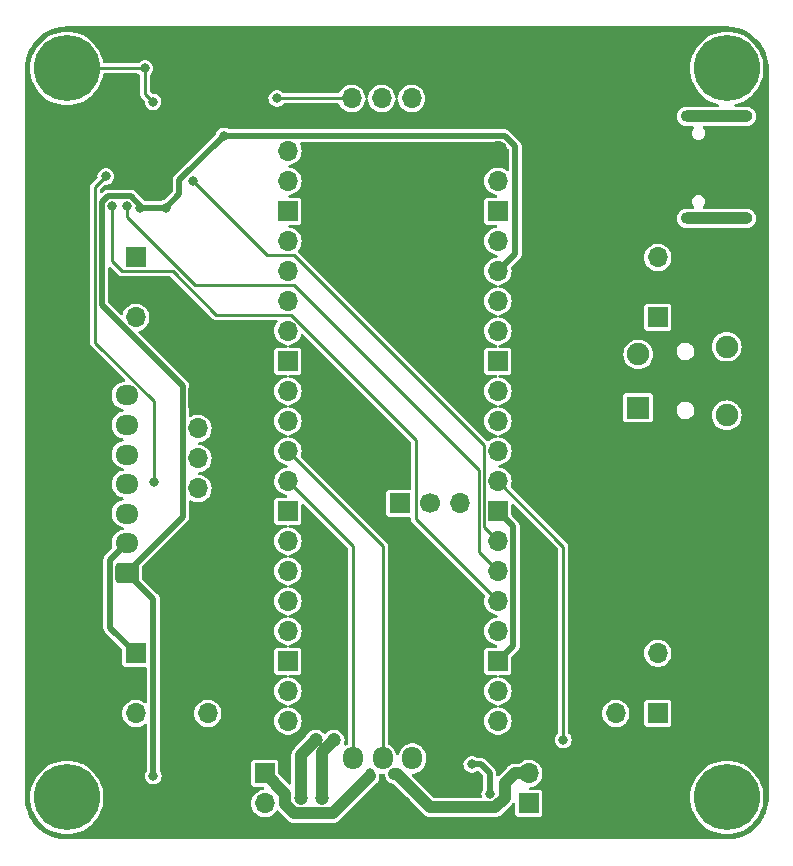
<source format=gbr>
%TF.GenerationSoftware,KiCad,Pcbnew,7.0.10-7.0.10~ubuntu22.04.1*%
%TF.CreationDate,2024-05-07T18:37:12+09:00*%
%TF.ProjectId,TurtlePico,54757274-6c65-4506-9963-6f2e6b696361,rev?*%
%TF.SameCoordinates,Original*%
%TF.FileFunction,Copper,L2,Bot*%
%TF.FilePolarity,Positive*%
%FSLAX46Y46*%
G04 Gerber Fmt 4.6, Leading zero omitted, Abs format (unit mm)*
G04 Created by KiCad (PCBNEW 7.0.10-7.0.10~ubuntu22.04.1) date 2024-05-07 18:37:12*
%MOMM*%
%LPD*%
G01*
G04 APERTURE LIST*
G04 Aperture macros list*
%AMRoundRect*
0 Rectangle with rounded corners*
0 $1 Rounding radius*
0 $2 $3 $4 $5 $6 $7 $8 $9 X,Y pos of 4 corners*
0 Add a 4 corners polygon primitive as box body*
4,1,4,$2,$3,$4,$5,$6,$7,$8,$9,$2,$3,0*
0 Add four circle primitives for the rounded corners*
1,1,$1+$1,$2,$3*
1,1,$1+$1,$4,$5*
1,1,$1+$1,$6,$7*
1,1,$1+$1,$8,$9*
0 Add four rect primitives between the rounded corners*
20,1,$1+$1,$2,$3,$4,$5,0*
20,1,$1+$1,$4,$5,$6,$7,0*
20,1,$1+$1,$6,$7,$8,$9,0*
20,1,$1+$1,$8,$9,$2,$3,0*%
G04 Aperture macros list end*
%TA.AperFunction,ComponentPad*%
%ADD10C,5.600000*%
%TD*%
%TA.AperFunction,ComponentPad*%
%ADD11R,1.900000X1.900000*%
%TD*%
%TA.AperFunction,ComponentPad*%
%ADD12C,1.900000*%
%TD*%
%TA.AperFunction,ComponentPad*%
%ADD13R,1.700000X1.700000*%
%TD*%
%TA.AperFunction,ComponentPad*%
%ADD14O,1.700000X1.700000*%
%TD*%
%TA.AperFunction,ComponentPad*%
%ADD15C,1.700000*%
%TD*%
%TA.AperFunction,ComponentPad*%
%ADD16O,1.800000X1.000000*%
%TD*%
%TA.AperFunction,ComponentPad*%
%ADD17O,2.100000X1.000000*%
%TD*%
%TA.AperFunction,ComponentPad*%
%ADD18RoundRect,0.250000X0.725000X-0.600000X0.725000X0.600000X-0.725000X0.600000X-0.725000X-0.600000X0*%
%TD*%
%TA.AperFunction,ComponentPad*%
%ADD19O,1.950000X1.700000*%
%TD*%
%TA.AperFunction,ComponentPad*%
%ADD20RoundRect,0.250000X0.600000X0.725000X-0.600000X0.725000X-0.600000X-0.725000X0.600000X-0.725000X0*%
%TD*%
%TA.AperFunction,ComponentPad*%
%ADD21O,1.700000X1.950000*%
%TD*%
%TA.AperFunction,ViaPad*%
%ADD22C,1.200000*%
%TD*%
%TA.AperFunction,ViaPad*%
%ADD23C,0.800000*%
%TD*%
%TA.AperFunction,Conductor*%
%ADD24C,0.480000*%
%TD*%
%TA.AperFunction,Conductor*%
%ADD25C,0.500000*%
%TD*%
%TA.AperFunction,Conductor*%
%ADD26C,1.000000*%
%TD*%
%TA.AperFunction,Conductor*%
%ADD27C,0.250000*%
%TD*%
G04 APERTURE END LIST*
D10*
%TO.P,REF\u002A\u002A,1*%
%TO.N,GND*%
X117856000Y-126492000D03*
%TD*%
%TO.P,REF\u002A\u002A,1*%
%TO.N,GND*%
X173736000Y-126492000D03*
%TD*%
D11*
%TO.P,J2,R*%
%TO.N,Net-(C2-Pad1)*%
X166236000Y-93476000D03*
D12*
%TO.P,J2,S*%
%TO.N,GND*%
X166236000Y-88976000D03*
%TO.P,J2,T*%
%TO.N,Net-(C1-Pad1)*%
X173736000Y-94126000D03*
X173736000Y-88326000D03*
%TD*%
D13*
%TO.P,J10,1,Pin_1*%
%TO.N,Net-(IC1-BOUT1)*%
X134620000Y-124460000D03*
D14*
%TO.P,J10,2,Pin_2*%
%TO.N,Net-(IC1-BOUT2)*%
X134620000Y-127000000D03*
%TD*%
D13*
%TO.P,J9,1,Pin_1*%
%TO.N,Net-(IC1-AOUT1)*%
X156972000Y-127000000D03*
D14*
%TO.P,J9,2,Pin_2*%
%TO.N,Net-(IC1-AOUT2)*%
X156972000Y-124460000D03*
%TD*%
D13*
%TO.P,J6,1,Pin_1*%
%TO.N,+5V*%
X128965000Y-92710000D03*
D14*
%TO.P,J6,2,Pin_2*%
%TO.N,/GP8*%
X128965000Y-95250000D03*
%TO.P,J6,3,Pin_3*%
%TO.N,GND*%
X128965000Y-97790000D03*
%TO.P,J6,4,Pin_4*%
%TO.N,/GP9*%
X128965000Y-100330000D03*
%TD*%
D13*
%TO.P,J4,1,Pin_1*%
%TO.N,+5V*%
X127254000Y-119380000D03*
D14*
%TO.P,J4,2,Pin_2*%
%TO.N,Net-(J4-Pin_2)*%
X129794000Y-119380000D03*
%TD*%
D13*
%TO.P,J7,1,Pin_1*%
%TO.N,+5V*%
X149596000Y-67310000D03*
D14*
%TO.P,J7,2,Pin_2*%
%TO.N,/GP0*%
X147056000Y-67310000D03*
%TO.P,J7,3,Pin_3*%
%TO.N,Net-(J7-Pin_3)*%
X144516000Y-67310000D03*
%TO.P,J7,4,Pin_4*%
%TO.N,GND*%
X141976000Y-67310000D03*
%TD*%
%TO.P,U2,1,GPIO0*%
%TO.N,/GP0*%
X136575900Y-71770000D03*
%TO.P,U2,2,GPIO1*%
%TO.N,/GP1*%
X136575900Y-74310000D03*
D13*
%TO.P,U2,3,GND*%
%TO.N,GND*%
X136575900Y-76850000D03*
D14*
%TO.P,U2,4,GPIO2*%
%TO.N,/GP2*%
X136575900Y-79390000D03*
%TO.P,U2,5,GPIO3*%
%TO.N,/GP3*%
X136575900Y-81930000D03*
%TO.P,U2,6,GPIO4*%
%TO.N,/GP4*%
X136575900Y-84470000D03*
%TO.P,U2,7,GPIO5*%
%TO.N,/GP5*%
X136575900Y-87010000D03*
D13*
%TO.P,U2,8,GND*%
%TO.N,GND*%
X136575900Y-89550000D03*
D14*
%TO.P,U2,9,GPIO6*%
%TO.N,/GP6*%
X136575900Y-92090000D03*
%TO.P,U2,10,GPIO7*%
%TO.N,/GP7*%
X136575900Y-94630000D03*
%TO.P,U2,11,GPIO8*%
%TO.N,/GP8*%
X136575900Y-97170000D03*
%TO.P,U2,12,GPIO9*%
%TO.N,/GP9*%
X136575900Y-99710000D03*
D13*
%TO.P,U2,13,GND*%
%TO.N,GND*%
X136575900Y-102250000D03*
D14*
%TO.P,U2,14,GPIO10*%
%TO.N,/GP10*%
X136575900Y-104790000D03*
%TO.P,U2,15,GPIO11*%
%TO.N,/GP11*%
X136575900Y-107330000D03*
%TO.P,U2,16,GPIO12*%
%TO.N,/GP12*%
X136575900Y-109870000D03*
%TO.P,U2,17,GPIO13*%
%TO.N,/GP13*%
X136575900Y-112410000D03*
D13*
%TO.P,U2,18,GND*%
%TO.N,GND*%
X136575900Y-114950000D03*
D14*
%TO.P,U2,19,GPIO14*%
%TO.N,/GP14*%
X136575900Y-117490000D03*
%TO.P,U2,20,GPIO15*%
%TO.N,/GP15*%
X136575900Y-120030000D03*
%TO.P,U2,21,GPIO16*%
%TO.N,/GP16*%
X154355900Y-120030000D03*
%TO.P,U2,22,GPIO17*%
%TO.N,/GP17*%
X154355900Y-117490000D03*
D13*
%TO.P,U2,23,GND*%
%TO.N,GND*%
X154355900Y-114950000D03*
D14*
%TO.P,U2,24,GPIO18*%
%TO.N,/GP18*%
X154355900Y-112410000D03*
%TO.P,U2,25,GPIO19*%
%TO.N,/GP19*%
X154355900Y-109870000D03*
%TO.P,U2,26,GPIO20*%
%TO.N,/GP20*%
X154355900Y-107330000D03*
%TO.P,U2,27,GPIO21*%
%TO.N,/GP21*%
X154355900Y-104790000D03*
D13*
%TO.P,U2,28,GND*%
%TO.N,GND*%
X154355900Y-102250000D03*
D14*
%TO.P,U2,29,GPIO22*%
%TO.N,/GP22*%
X154355900Y-99710000D03*
%TO.P,U2,30,RUN*%
%TO.N,unconnected-(U2-RUN-Pad30)*%
X154355900Y-97170000D03*
%TO.P,U2,31,GPIO26_ADC0*%
%TO.N,unconnected-(U2-GPIO26_ADC0-Pad31)*%
X154355900Y-94630000D03*
%TO.P,U2,32,GPIO27_ADC1*%
%TO.N,/GP27*%
X154355900Y-92090000D03*
D13*
%TO.P,U2,33,AGND*%
%TO.N,unconnected-(U2-AGND-Pad33)*%
X154355900Y-89550000D03*
D14*
%TO.P,U2,34,GPIO28_ADC2*%
%TO.N,/GP28*%
X154355900Y-87010000D03*
%TO.P,U2,35,ADC_VREF*%
%TO.N,unconnected-(U2-ADC_VREF-Pad35)*%
X154355900Y-84470000D03*
%TO.P,U2,36,3V3*%
%TO.N,+3.3V*%
X154355900Y-81930000D03*
%TO.P,U2,37,3V3_EN*%
%TO.N,unconnected-(U2-3V3_EN-Pad37)*%
X154355900Y-79390000D03*
D13*
%TO.P,U2,38,GND*%
%TO.N,GND*%
X154355900Y-76850000D03*
D14*
%TO.P,U2,39,VSYS*%
%TO.N,unconnected-(U2-VSYS-Pad39)*%
X154355900Y-74310000D03*
%TO.P,U2,40,VBUS*%
%TO.N,+5V*%
X154355900Y-71770000D03*
D13*
%TO.P,U2,41,SWCLK*%
%TO.N,unconnected-(U2-SWCLK-Pad41)*%
X146050000Y-101600000D03*
D15*
%TO.P,U2,42,GND*%
%TO.N,unconnected-(U2-GND-Pad42)*%
X148590000Y-101600000D03*
D14*
%TO.P,U2,43,SWDIO*%
%TO.N,unconnected-(U2-SWDIO-Pad43)*%
X151130000Y-101600000D03*
%TD*%
D13*
%TO.P,J3,1,Pin_1*%
%TO.N,+5V*%
X161798000Y-119380000D03*
D14*
%TO.P,J3,2,Pin_2*%
%TO.N,Net-(J3-Pin_2)*%
X164338000Y-119380000D03*
%TD*%
D10*
%TO.P,REF\u002A\u002A,1*%
%TO.N,GND*%
X117856000Y-64770000D03*
%TD*%
D16*
%TO.P,J1,S1,SHIELD*%
%TO.N,GND*%
X175017500Y-77470000D03*
%TO.P,J1,S2,SHIELD*%
X175017500Y-68830000D03*
D17*
%TO.P,J1,S3,SHIELD*%
X170837500Y-77470000D03*
%TO.P,J1,S4,SHIELD*%
X170837500Y-68830000D03*
%TD*%
D10*
%TO.P,REF\u002A\u002A,1*%
%TO.N,GND*%
X173736000Y-64770000D03*
%TD*%
D13*
%TO.P,J14,1,Pin_1*%
%TO.N,/GP16*%
X167894000Y-119365000D03*
D14*
%TO.P,J14,2,Pin_2*%
%TO.N,+5V*%
X167894000Y-116825000D03*
%TO.P,J14,3,Pin_3*%
%TO.N,GND*%
X167894000Y-114285000D03*
%TD*%
D18*
%TO.P,J8,1,Pin_1*%
%TO.N,+3.3V*%
X122936000Y-107456000D03*
D19*
%TO.P,J8,2,Pin_2*%
%TO.N,GND*%
X122936000Y-104956000D03*
%TO.P,J8,3,Pin_3*%
%TO.N,/GP11*%
X122936000Y-102456000D03*
%TO.P,J8,4,Pin_4*%
%TO.N,/GP10*%
X122936000Y-99956000D03*
%TO.P,J8,5,Pin_5*%
%TO.N,/GP7*%
X122936000Y-97456000D03*
%TO.P,J8,6,Pin_6*%
%TO.N,/GP6*%
X122936000Y-94956000D03*
%TO.P,J8,7,Pin_7*%
%TO.N,/GP5*%
X122936000Y-92456000D03*
%TD*%
D13*
%TO.P,J13,1,Pin_1*%
%TO.N,GND*%
X123698000Y-80772000D03*
D14*
%TO.P,J13,2,Pin_2*%
%TO.N,+5V*%
X123698000Y-83312000D03*
%TO.P,J13,3,Pin_3*%
%TO.N,/GP2*%
X123698000Y-85852000D03*
%TD*%
D13*
%TO.P,J12,1,Pin_1*%
%TO.N,/GP28*%
X167894000Y-85852000D03*
D14*
%TO.P,J12,2,Pin_2*%
%TO.N,+5V*%
X167894000Y-83312000D03*
%TO.P,J12,3,Pin_3*%
%TO.N,GND*%
X167894000Y-80772000D03*
%TD*%
D13*
%TO.P,J15,1,Pin_1*%
%TO.N,GND*%
X123698000Y-114300000D03*
D14*
%TO.P,J15,2,Pin_2*%
%TO.N,+5V*%
X123698000Y-116840000D03*
%TO.P,J15,3,Pin_3*%
%TO.N,/GP13*%
X123698000Y-119380000D03*
%TD*%
D20*
%TO.P,J5,1,Pin_1*%
%TO.N,+5V*%
X149606000Y-123190000D03*
D21*
%TO.P,J5,2,Pin_2*%
%TO.N,GND*%
X147106000Y-123190000D03*
%TO.P,J5,3,Pin_3*%
%TO.N,/GP8*%
X144606000Y-123190000D03*
%TO.P,J5,4,Pin_4*%
%TO.N,/GP9*%
X142106000Y-123190000D03*
%TD*%
D22*
%TO.N,GND*%
X137668000Y-126542800D03*
D23*
X152146000Y-123698000D03*
X135636000Y-67310000D03*
X125163000Y-67604959D03*
D22*
X138938000Y-121666000D03*
D23*
X124460000Y-64770000D03*
D22*
X140462000Y-121666000D03*
X139446000Y-126542800D03*
D23*
X153670000Y-126238000D03*
%TO.N,+3.3V*%
X131146918Y-70470000D03*
X125179000Y-124655000D03*
X126238000Y-76581000D03*
X124079000Y-76581000D03*
D22*
%TO.N,+5V*%
X146380200Y-126923800D03*
X146583400Y-128117600D03*
D23*
X143256000Y-93726000D03*
X162560000Y-104140000D03*
X143256000Y-85090000D03*
X168910000Y-70358000D03*
X168910000Y-76708000D03*
%TO.N,/GP22*%
X159893000Y-121605000D03*
%TO.N,/GP19*%
X121666000Y-76454000D03*
%TO.N,/GP20*%
X122936000Y-76454000D03*
%TO.N,/GP21*%
X121158000Y-73914000D03*
X125222000Y-99822000D03*
X128524000Y-74295000D03*
%TO.N,Net-(IC1-AOUT2)*%
X145542000Y-124460000D03*
%TO.N,Net-(IC1-BOUT1)*%
X143510000Y-124460000D03*
%TD*%
D24*
%TO.N,GND*%
X153670000Y-124460000D02*
X153670000Y-126238000D01*
D25*
X155655900Y-113650000D02*
X155655900Y-103550000D01*
D24*
X153670000Y-124460000D02*
X152908000Y-123698000D01*
D26*
X170837500Y-68830000D02*
X175017500Y-68830000D01*
X170837500Y-77470000D02*
X175017500Y-77470000D01*
X139446000Y-126542800D02*
X139446000Y-122682000D01*
D27*
X124460000Y-66901959D02*
X125163000Y-67604959D01*
D26*
X137668000Y-126542800D02*
X137668000Y-122936000D01*
D24*
X152908000Y-123698000D02*
X152146000Y-123698000D01*
D26*
X139446000Y-122682000D02*
X140462000Y-121666000D01*
D27*
X124460000Y-64770000D02*
X124460000Y-66901959D01*
D25*
X155655900Y-103550000D02*
X154355900Y-102250000D01*
X123698000Y-114300000D02*
X121511000Y-112113000D01*
D26*
X137668000Y-122936000D02*
X138938000Y-121666000D01*
D27*
X124460000Y-64770000D02*
X117856000Y-64770000D01*
D25*
X121511000Y-112113000D02*
X121511000Y-106381000D01*
X121511000Y-106381000D02*
X122936000Y-104956000D01*
X154355900Y-114950000D02*
X155655900Y-113650000D01*
D27*
X141976000Y-67310000D02*
X135636000Y-67310000D01*
D25*
%TO.N,+3.3V*%
X124079000Y-76581000D02*
X126238000Y-76581000D01*
X127381000Y-74235918D02*
X131146918Y-70470000D01*
X125179000Y-109699000D02*
X125179000Y-124655000D01*
X124079000Y-76394918D02*
X124079000Y-76581000D01*
X120816000Y-76101918D02*
X121313918Y-75604000D01*
X123288082Y-75604000D02*
X124079000Y-76394918D01*
X122936000Y-107456000D02*
X127665000Y-102727000D01*
X155829000Y-80456900D02*
X154355900Y-81930000D01*
X131146918Y-70470000D02*
X154925000Y-70470000D01*
X126238000Y-76581000D02*
X127381000Y-75438000D01*
X127665000Y-102727000D02*
X127665000Y-91657478D01*
X127381000Y-75438000D02*
X127381000Y-74235918D01*
X122936000Y-107456000D02*
X125179000Y-109699000D01*
X121313918Y-75604000D02*
X123288082Y-75604000D01*
X154925000Y-70470000D02*
X155829000Y-71374000D01*
X155829000Y-71374000D02*
X155829000Y-80456900D01*
X120816000Y-84808478D02*
X120816000Y-76101918D01*
X127665000Y-91657478D02*
X120816000Y-84808478D01*
D27*
%TO.N,/GP8*%
X144606000Y-105200100D02*
X136575900Y-97170000D01*
X144606000Y-123190000D02*
X144606000Y-105200100D01*
%TO.N,/GP9*%
X142106000Y-105240100D02*
X136575900Y-99710000D01*
X142106000Y-123190000D02*
X142106000Y-105240100D01*
%TO.N,/GP22*%
X159893000Y-105247100D02*
X154355900Y-99710000D01*
X159893000Y-121605000D02*
X159893000Y-105247100D01*
%TO.N,/GP19*%
X122523000Y-81947000D02*
X121666000Y-81090000D01*
X154355900Y-109870000D02*
X147415000Y-102929100D01*
X126810000Y-81947000D02*
X122523000Y-81947000D01*
X121666000Y-81090000D02*
X121666000Y-76454000D01*
X136872601Y-85645000D02*
X130508000Y-85645000D01*
X147415000Y-96187399D02*
X136872601Y-85645000D01*
X130508000Y-85645000D02*
X126810000Y-81947000D01*
X147415000Y-102929100D02*
X147415000Y-96187399D01*
%TO.N,/GP20*%
X152730900Y-98773299D02*
X137062601Y-83105000D01*
X128698000Y-83105000D02*
X122936000Y-77343000D01*
X154355900Y-107330000D02*
X152730900Y-105705000D01*
X122936000Y-77343000D02*
X122936000Y-76454000D01*
X152730900Y-105705000D02*
X152730900Y-98773299D01*
X137062601Y-83105000D02*
X128698000Y-83105000D01*
%TO.N,/GP21*%
X134794000Y-80565000D02*
X128524000Y-74295000D01*
X120241000Y-87974299D02*
X120241000Y-74831000D01*
X153180900Y-103615000D02*
X153180900Y-96683299D01*
X125222000Y-92955299D02*
X120241000Y-87974299D01*
X154355900Y-104790000D02*
X153180900Y-103615000D01*
X125222000Y-99822000D02*
X125222000Y-92955299D01*
X153180900Y-96683299D02*
X137062601Y-80565000D01*
X120241000Y-74831000D02*
X121158000Y-73914000D01*
X137062601Y-80565000D02*
X134794000Y-80565000D01*
D26*
%TO.N,Net-(IC1-AOUT2)*%
X148632878Y-127338000D02*
X145810393Y-124515515D01*
X154940000Y-125289919D02*
X154940000Y-126523635D01*
X145810393Y-124515515D02*
X145597515Y-124515515D01*
X154940000Y-126523635D02*
X154125635Y-127338000D01*
X155769919Y-124460000D02*
X154940000Y-125289919D01*
X154125635Y-127338000D02*
X148632878Y-127338000D01*
X156972000Y-124460000D02*
X155769919Y-124460000D01*
%TO.N,Net-(IC1-BOUT1)*%
X136368000Y-127081278D02*
X137129522Y-127842800D01*
X134620000Y-124460000D02*
X136368000Y-126208000D01*
X137129522Y-127842800D02*
X140381200Y-127842800D01*
X136368000Y-126208000D02*
X136368000Y-127081278D01*
X140381200Y-127842800D02*
X143510000Y-124714000D01*
%TD*%
%TA.AperFunction,Conductor*%
%TO.N,+5V*%
G36*
X154712652Y-71040185D02*
G01*
X154733294Y-71056819D01*
X155242181Y-71565705D01*
X155275666Y-71627028D01*
X155278500Y-71653386D01*
X155278500Y-73313412D01*
X155258815Y-73380451D01*
X155206011Y-73426206D01*
X155136853Y-73436150D01*
X155073297Y-73407125D01*
X155070963Y-73405050D01*
X155052203Y-73387949D01*
X155052202Y-73387948D01*
X154870919Y-73275702D01*
X154870917Y-73275701D01*
X154771508Y-73237190D01*
X154672098Y-73198679D01*
X154462510Y-73159500D01*
X154249290Y-73159500D01*
X154039702Y-73198679D01*
X154039699Y-73198679D01*
X154039699Y-73198680D01*
X153840882Y-73275701D01*
X153840880Y-73275702D01*
X153659599Y-73387947D01*
X153502027Y-73531593D01*
X153373532Y-73701746D01*
X153278496Y-73892605D01*
X153278496Y-73892607D01*
X153220144Y-74097689D01*
X153205578Y-74254890D01*
X153200471Y-74310000D01*
X153220144Y-74522310D01*
X153244522Y-74607990D01*
X153278496Y-74727392D01*
X153278496Y-74727394D01*
X153373532Y-74918253D01*
X153495072Y-75079196D01*
X153502028Y-75088407D01*
X153659598Y-75232052D01*
X153840881Y-75344298D01*
X154039702Y-75421321D01*
X154212444Y-75453612D01*
X154274723Y-75485279D01*
X154309996Y-75545591D01*
X154307062Y-75615400D01*
X154266853Y-75672540D01*
X154202135Y-75698871D01*
X154189657Y-75699500D01*
X153461043Y-75699500D01*
X153461017Y-75699502D01*
X153435912Y-75702413D01*
X153435908Y-75702415D01*
X153333135Y-75747793D01*
X153253694Y-75827234D01*
X153208315Y-75930006D01*
X153208315Y-75930008D01*
X153205400Y-75955131D01*
X153205400Y-77744856D01*
X153205402Y-77744882D01*
X153208313Y-77769987D01*
X153208315Y-77769991D01*
X153253693Y-77872764D01*
X153253694Y-77872765D01*
X153333135Y-77952206D01*
X153435909Y-77997585D01*
X153461035Y-78000500D01*
X154189658Y-78000499D01*
X154256695Y-78020183D01*
X154302450Y-78072987D01*
X154312394Y-78142146D01*
X154283369Y-78205702D01*
X154224591Y-78243476D01*
X154212442Y-78246388D01*
X154164404Y-78255368D01*
X154039702Y-78278679D01*
X154039700Y-78278679D01*
X154039698Y-78278680D01*
X153840882Y-78355701D01*
X153840880Y-78355702D01*
X153659599Y-78467947D01*
X153502027Y-78611593D01*
X153373532Y-78781746D01*
X153278496Y-78972605D01*
X153278496Y-78972607D01*
X153278495Y-78972611D01*
X153220144Y-79177690D01*
X153200471Y-79390000D01*
X153220144Y-79602310D01*
X153261948Y-79749235D01*
X153278496Y-79807392D01*
X153278496Y-79807394D01*
X153373532Y-79998253D01*
X153480198Y-80139500D01*
X153502028Y-80168407D01*
X153659598Y-80312052D01*
X153840881Y-80424298D01*
X154039702Y-80501321D01*
X154236513Y-80538111D01*
X154298793Y-80569779D01*
X154334066Y-80630092D01*
X154331132Y-80699900D01*
X154290923Y-80757040D01*
X154236513Y-80781888D01*
X154039702Y-80818679D01*
X154039699Y-80818679D01*
X154039699Y-80818680D01*
X153840882Y-80895701D01*
X153840880Y-80895702D01*
X153659599Y-81007947D01*
X153502027Y-81151593D01*
X153373532Y-81321746D01*
X153278496Y-81512605D01*
X153278496Y-81512607D01*
X153220144Y-81717689D01*
X153204797Y-81883319D01*
X153200471Y-81930000D01*
X153220144Y-82142310D01*
X153278030Y-82345756D01*
X153278496Y-82347392D01*
X153278496Y-82347394D01*
X153373532Y-82538253D01*
X153480198Y-82679500D01*
X153502028Y-82708407D01*
X153659598Y-82852052D01*
X153840881Y-82964298D01*
X154039702Y-83041321D01*
X154236513Y-83078111D01*
X154298793Y-83109779D01*
X154334066Y-83170092D01*
X154331132Y-83239900D01*
X154290923Y-83297040D01*
X154236513Y-83321888D01*
X154039702Y-83358679D01*
X154039699Y-83358679D01*
X154039699Y-83358680D01*
X153840882Y-83435701D01*
X153840880Y-83435702D01*
X153659599Y-83547947D01*
X153502027Y-83691593D01*
X153373532Y-83861746D01*
X153278496Y-84052605D01*
X153278496Y-84052607D01*
X153278495Y-84052611D01*
X153220144Y-84257690D01*
X153200471Y-84470000D01*
X153220144Y-84682310D01*
X153261948Y-84829235D01*
X153278496Y-84887392D01*
X153278496Y-84887394D01*
X153373532Y-85078253D01*
X153480198Y-85219500D01*
X153502028Y-85248407D01*
X153659598Y-85392052D01*
X153840881Y-85504298D01*
X154039702Y-85581321D01*
X154236513Y-85618111D01*
X154298793Y-85649779D01*
X154334066Y-85710092D01*
X154331132Y-85779900D01*
X154290923Y-85837040D01*
X154236513Y-85861888D01*
X154039702Y-85898679D01*
X154039699Y-85898679D01*
X154039699Y-85898680D01*
X153840882Y-85975701D01*
X153840880Y-85975702D01*
X153659599Y-86087947D01*
X153502027Y-86231593D01*
X153373532Y-86401746D01*
X153278496Y-86592605D01*
X153278496Y-86592607D01*
X153220144Y-86797689D01*
X153211934Y-86886297D01*
X153200471Y-87010000D01*
X153220144Y-87222310D01*
X153224863Y-87238897D01*
X153278496Y-87427392D01*
X153278496Y-87427394D01*
X153373532Y-87618253D01*
X153502027Y-87788406D01*
X153502028Y-87788407D01*
X153659598Y-87932052D01*
X153840881Y-88044298D01*
X154039702Y-88121321D01*
X154212444Y-88153612D01*
X154274723Y-88185279D01*
X154309996Y-88245591D01*
X154307062Y-88315400D01*
X154266853Y-88372540D01*
X154202135Y-88398871D01*
X154189657Y-88399500D01*
X153461043Y-88399500D01*
X153461017Y-88399502D01*
X153435912Y-88402413D01*
X153435908Y-88402415D01*
X153333135Y-88447793D01*
X153253694Y-88527234D01*
X153208315Y-88630006D01*
X153208315Y-88630008D01*
X153205400Y-88655131D01*
X153205400Y-90444856D01*
X153205402Y-90444882D01*
X153208313Y-90469987D01*
X153208315Y-90469991D01*
X153253693Y-90572764D01*
X153253694Y-90572765D01*
X153333135Y-90652206D01*
X153435909Y-90697585D01*
X153461035Y-90700500D01*
X154189658Y-90700499D01*
X154256695Y-90720183D01*
X154302450Y-90772987D01*
X154312394Y-90842146D01*
X154283369Y-90905702D01*
X154224591Y-90943476D01*
X154212442Y-90946388D01*
X154156016Y-90956935D01*
X154039702Y-90978679D01*
X154039700Y-90978679D01*
X154039698Y-90978680D01*
X153840882Y-91055701D01*
X153840880Y-91055702D01*
X153659599Y-91167947D01*
X153502027Y-91311593D01*
X153373532Y-91481746D01*
X153278496Y-91672605D01*
X153278496Y-91672607D01*
X153220144Y-91877689D01*
X153200471Y-92089999D01*
X153200471Y-92090000D01*
X153220144Y-92302310D01*
X153278496Y-92507392D01*
X153278496Y-92507394D01*
X153373532Y-92698253D01*
X153429375Y-92772200D01*
X153502028Y-92868407D01*
X153659598Y-93012052D01*
X153840881Y-93124298D01*
X154039702Y-93201321D01*
X154236513Y-93238111D01*
X154298793Y-93269779D01*
X154334066Y-93330092D01*
X154331132Y-93399900D01*
X154290923Y-93457040D01*
X154236513Y-93481888D01*
X154039702Y-93518679D01*
X154039699Y-93518679D01*
X154039699Y-93518680D01*
X153840882Y-93595701D01*
X153840880Y-93595702D01*
X153659599Y-93707947D01*
X153502027Y-93851593D01*
X153373532Y-94021746D01*
X153278496Y-94212605D01*
X153278496Y-94212607D01*
X153220144Y-94417689D01*
X153200471Y-94629999D01*
X153200471Y-94630000D01*
X153220144Y-94842310D01*
X153278496Y-95047392D01*
X153278496Y-95047394D01*
X153373532Y-95238253D01*
X153467138Y-95362206D01*
X153502028Y-95408407D01*
X153659598Y-95552052D01*
X153840881Y-95664298D01*
X154039702Y-95741321D01*
X154236513Y-95778111D01*
X154298793Y-95809779D01*
X154334066Y-95870092D01*
X154331132Y-95939900D01*
X154290923Y-95997040D01*
X154236513Y-96021888D01*
X154039702Y-96058679D01*
X154039699Y-96058679D01*
X154039699Y-96058680D01*
X153840882Y-96135701D01*
X153840880Y-96135702D01*
X153659599Y-96247947D01*
X153583725Y-96317115D01*
X153520920Y-96347731D01*
X153451533Y-96339533D01*
X153412506Y-96313158D01*
X137436230Y-80336881D01*
X137402745Y-80275558D01*
X137407729Y-80205866D01*
X137427339Y-80173754D01*
X137426317Y-80172982D01*
X137433293Y-80163745D01*
X137558266Y-79998255D01*
X137577201Y-79960229D01*
X137653303Y-79807394D01*
X137653303Y-79807393D01*
X137653305Y-79807389D01*
X137711656Y-79602310D01*
X137731329Y-79390000D01*
X137711656Y-79177690D01*
X137653305Y-78972611D01*
X137653303Y-78972606D01*
X137653303Y-78972605D01*
X137558267Y-78781746D01*
X137429772Y-78611593D01*
X137272202Y-78467948D01*
X137090919Y-78355702D01*
X137090917Y-78355701D01*
X136991508Y-78317190D01*
X136892098Y-78278679D01*
X136719356Y-78246387D01*
X136657076Y-78214719D01*
X136621803Y-78154407D01*
X136624737Y-78084599D01*
X136664946Y-78027459D01*
X136729664Y-78001128D01*
X136742133Y-78000499D01*
X137470764Y-78000499D01*
X137470779Y-78000497D01*
X137470782Y-78000497D01*
X137495887Y-77997586D01*
X137495888Y-77997585D01*
X137495891Y-77997585D01*
X137598665Y-77952206D01*
X137678106Y-77872765D01*
X137723485Y-77769991D01*
X137726400Y-77744865D01*
X137726399Y-75955136D01*
X137726397Y-75955117D01*
X137723486Y-75930012D01*
X137723485Y-75930010D01*
X137723485Y-75930009D01*
X137678106Y-75827235D01*
X137598665Y-75747794D01*
X137587971Y-75743072D01*
X137495892Y-75702415D01*
X137470768Y-75699500D01*
X136742143Y-75699500D01*
X136675104Y-75679815D01*
X136629349Y-75627011D01*
X136619405Y-75557853D01*
X136648430Y-75494297D01*
X136707208Y-75456523D01*
X136719341Y-75453614D01*
X136892098Y-75421321D01*
X137090919Y-75344298D01*
X137272202Y-75232052D01*
X137429772Y-75088407D01*
X137558266Y-74918255D01*
X137583829Y-74866917D01*
X137653303Y-74727394D01*
X137653303Y-74727393D01*
X137653305Y-74727389D01*
X137711656Y-74522310D01*
X137731329Y-74310000D01*
X137711656Y-74097690D01*
X137653305Y-73892611D01*
X137653303Y-73892606D01*
X137653303Y-73892605D01*
X137558267Y-73701746D01*
X137429772Y-73531593D01*
X137407436Y-73511231D01*
X137272202Y-73387948D01*
X137090919Y-73275702D01*
X137090917Y-73275701D01*
X136991508Y-73237190D01*
X136892098Y-73198679D01*
X136695285Y-73161888D01*
X136633006Y-73130221D01*
X136597733Y-73069908D01*
X136600667Y-73000100D01*
X136640876Y-72942960D01*
X136695284Y-72918111D01*
X136892098Y-72881321D01*
X137090919Y-72804298D01*
X137272202Y-72692052D01*
X137429772Y-72548407D01*
X137558266Y-72378255D01*
X137653305Y-72187389D01*
X137711656Y-71982310D01*
X137731329Y-71770000D01*
X137711656Y-71557690D01*
X137653305Y-71352611D01*
X137653303Y-71352606D01*
X137653303Y-71352605D01*
X137577201Y-71199771D01*
X137564940Y-71130986D01*
X137591813Y-71066491D01*
X137649289Y-71026763D01*
X137688201Y-71020500D01*
X154645613Y-71020500D01*
X154712652Y-71040185D01*
G37*
%TD.AperFunction*%
%TA.AperFunction,Conductor*%
G36*
X173736840Y-61214010D02*
G01*
X173916553Y-61216362D01*
X173927869Y-61217029D01*
X174286206Y-61254691D01*
X174299022Y-61256721D01*
X174650634Y-61331459D01*
X174663169Y-61334818D01*
X175005048Y-61445901D01*
X175017165Y-61450552D01*
X175345571Y-61596768D01*
X175357120Y-61602653D01*
X175599298Y-61742474D01*
X175668438Y-61782392D01*
X175679320Y-61789459D01*
X175970143Y-62000754D01*
X175980226Y-62008919D01*
X176247367Y-62249454D01*
X176256545Y-62258632D01*
X176497080Y-62525773D01*
X176505248Y-62535860D01*
X176716538Y-62826676D01*
X176723607Y-62837561D01*
X176903342Y-63148871D01*
X176909235Y-63160436D01*
X177055447Y-63488834D01*
X177060098Y-63500951D01*
X177171181Y-63842830D01*
X177174540Y-63855367D01*
X177249277Y-64206975D01*
X177251308Y-64219795D01*
X177288969Y-64578118D01*
X177289637Y-64589456D01*
X177291989Y-64769158D01*
X177292000Y-64770781D01*
X177292000Y-126491218D01*
X177291989Y-126492841D01*
X177289637Y-126672543D01*
X177288969Y-126683881D01*
X177251308Y-127042204D01*
X177249277Y-127055024D01*
X177174540Y-127406632D01*
X177171181Y-127419169D01*
X177060098Y-127761048D01*
X177055447Y-127773165D01*
X176909235Y-128101563D01*
X176903342Y-128113128D01*
X176723607Y-128424438D01*
X176716538Y-128435323D01*
X176505248Y-128726139D01*
X176497080Y-128736226D01*
X176256545Y-129003367D01*
X176247367Y-129012545D01*
X175980226Y-129253080D01*
X175970139Y-129261248D01*
X175679323Y-129472538D01*
X175668438Y-129479607D01*
X175357128Y-129659342D01*
X175345563Y-129665235D01*
X175017165Y-129811447D01*
X175005048Y-129816098D01*
X174663169Y-129927181D01*
X174650632Y-129930540D01*
X174299024Y-130005277D01*
X174286204Y-130007308D01*
X173927881Y-130044969D01*
X173916543Y-130045637D01*
X173743514Y-130047901D01*
X173736839Y-130047989D01*
X173735219Y-130048000D01*
X117856781Y-130048000D01*
X117855160Y-130047989D01*
X117848302Y-130047899D01*
X117675456Y-130045637D01*
X117664118Y-130044969D01*
X117305795Y-130007308D01*
X117292975Y-130005277D01*
X116941367Y-129930540D01*
X116928830Y-129927181D01*
X116586951Y-129816098D01*
X116574834Y-129811447D01*
X116246436Y-129665235D01*
X116234871Y-129659342D01*
X115923561Y-129479607D01*
X115912676Y-129472538D01*
X115621860Y-129261248D01*
X115611773Y-129253080D01*
X115344632Y-129012545D01*
X115335454Y-129003367D01*
X115094919Y-128736226D01*
X115086751Y-128726139D01*
X115026564Y-128643299D01*
X114875459Y-128435320D01*
X114868392Y-128424438D01*
X114688653Y-128113120D01*
X114682768Y-128101571D01*
X114536552Y-127773165D01*
X114531901Y-127761048D01*
X114420818Y-127419169D01*
X114417459Y-127406632D01*
X114342722Y-127055024D01*
X114340691Y-127042204D01*
X114334379Y-126982149D01*
X114303029Y-126683869D01*
X114302362Y-126672553D01*
X114300011Y-126492840D01*
X114300005Y-126492000D01*
X114750615Y-126492000D01*
X114770140Y-126839688D01*
X114770142Y-126839700D01*
X114806984Y-127056540D01*
X114828473Y-127183013D01*
X114924879Y-127517644D01*
X115058145Y-127839376D01*
X115226595Y-128144164D01*
X115428112Y-128428176D01*
X115660161Y-128687839D01*
X115919824Y-128919888D01*
X116203836Y-129121405D01*
X116508624Y-129289855D01*
X116830356Y-129423121D01*
X117164987Y-129519527D01*
X117508307Y-129577859D01*
X117856000Y-129597385D01*
X118203693Y-129577859D01*
X118547013Y-129519527D01*
X118881644Y-129423121D01*
X119203376Y-129289855D01*
X119508164Y-129121405D01*
X119792176Y-128919888D01*
X120051839Y-128687839D01*
X120283888Y-128428176D01*
X120485405Y-128144164D01*
X120653855Y-127839376D01*
X120787121Y-127517644D01*
X120883527Y-127183013D01*
X120941859Y-126839693D01*
X120961385Y-126492000D01*
X120941859Y-126144307D01*
X120883527Y-125800987D01*
X120787121Y-125466356D01*
X120653855Y-125144624D01*
X120485405Y-124839836D01*
X120283888Y-124555824D01*
X120051839Y-124296161D01*
X119792176Y-124064112D01*
X119508164Y-123862595D01*
X119203376Y-123694145D01*
X119196068Y-123691118D01*
X119119736Y-123659500D01*
X118881644Y-123560879D01*
X118714328Y-123512676D01*
X118547017Y-123464474D01*
X118547009Y-123464472D01*
X118203700Y-123406142D01*
X118203688Y-123406140D01*
X117856000Y-123386615D01*
X117508311Y-123406140D01*
X117508299Y-123406142D01*
X117164990Y-123464472D01*
X117164982Y-123464474D01*
X116830359Y-123560878D01*
X116830356Y-123560879D01*
X116820079Y-123565136D01*
X116508625Y-123694144D01*
X116203835Y-123862595D01*
X116069744Y-123957738D01*
X115919824Y-124064112D01*
X115660161Y-124296161D01*
X115428112Y-124555824D01*
X115414069Y-124575616D01*
X115226595Y-124839835D01*
X115058144Y-125144625D01*
X114975934Y-125343099D01*
X114952863Y-125398798D01*
X114924878Y-125466359D01*
X114828474Y-125800982D01*
X114828472Y-125800990D01*
X114770142Y-126144299D01*
X114770140Y-126144311D01*
X114750615Y-126492000D01*
X114300005Y-126492000D01*
X114300000Y-126491218D01*
X114300000Y-88041693D01*
X119815500Y-88041693D01*
X119822962Y-88064657D01*
X119827503Y-88083572D01*
X119828733Y-88091335D01*
X119831281Y-88107426D01*
X119842243Y-88128940D01*
X119849688Y-88146914D01*
X119857150Y-88169879D01*
X119871340Y-88189409D01*
X119881508Y-88206002D01*
X119892470Y-88227517D01*
X122765639Y-91100686D01*
X122799124Y-91162009D01*
X122794140Y-91231701D01*
X122752268Y-91287634D01*
X122689400Y-91311838D01*
X122598689Y-91320244D01*
X122393607Y-91378596D01*
X122393605Y-91378596D01*
X122202746Y-91473632D01*
X122032593Y-91602127D01*
X121888947Y-91759699D01*
X121776702Y-91940980D01*
X121776701Y-91940982D01*
X121718972Y-92090000D01*
X121699679Y-92139802D01*
X121660500Y-92349390D01*
X121660500Y-92562610D01*
X121699679Y-92772198D01*
X121776702Y-92971019D01*
X121888948Y-93152302D01*
X121967174Y-93238111D01*
X122032593Y-93309872D01*
X122202746Y-93438367D01*
X122393606Y-93533403D01*
X122393608Y-93533403D01*
X122393611Y-93533405D01*
X122527971Y-93571634D01*
X122581039Y-93586734D01*
X122640132Y-93624014D01*
X122669689Y-93687324D01*
X122660327Y-93756563D01*
X122615017Y-93809749D01*
X122581039Y-93825266D01*
X122393607Y-93878596D01*
X122393605Y-93878596D01*
X122202746Y-93973632D01*
X122032593Y-94102127D01*
X121888947Y-94259699D01*
X121776702Y-94440980D01*
X121776701Y-94440982D01*
X121703476Y-94630000D01*
X121699679Y-94639802D01*
X121660500Y-94849390D01*
X121660500Y-95062610D01*
X121699679Y-95272198D01*
X121776702Y-95471019D01*
X121888948Y-95652302D01*
X121970100Y-95741321D01*
X122032593Y-95809872D01*
X122202746Y-95938367D01*
X122393606Y-96033403D01*
X122393608Y-96033403D01*
X122393611Y-96033405D01*
X122527971Y-96071634D01*
X122581039Y-96086734D01*
X122640132Y-96124014D01*
X122669689Y-96187324D01*
X122660327Y-96256563D01*
X122615017Y-96309749D01*
X122581039Y-96325266D01*
X122393607Y-96378596D01*
X122393605Y-96378596D01*
X122202746Y-96473632D01*
X122032593Y-96602127D01*
X121888947Y-96759699D01*
X121776702Y-96940980D01*
X121776701Y-96940982D01*
X121749347Y-97011593D01*
X121699679Y-97139802D01*
X121660500Y-97349390D01*
X121660500Y-97562610D01*
X121699679Y-97772198D01*
X121776702Y-97971019D01*
X121888948Y-98152302D01*
X122008422Y-98283358D01*
X122032593Y-98309872D01*
X122202746Y-98438367D01*
X122393606Y-98533403D01*
X122393608Y-98533403D01*
X122393611Y-98533405D01*
X122516625Y-98568406D01*
X122581039Y-98586734D01*
X122640132Y-98624014D01*
X122669689Y-98687324D01*
X122660327Y-98756563D01*
X122615017Y-98809749D01*
X122581039Y-98825266D01*
X122393607Y-98878596D01*
X122393605Y-98878596D01*
X122202746Y-98973632D01*
X122032593Y-99102127D01*
X121888947Y-99259699D01*
X121776702Y-99440980D01*
X121776701Y-99440982D01*
X121756136Y-99494068D01*
X121699679Y-99639802D01*
X121660500Y-99849390D01*
X121660500Y-100062610D01*
X121699679Y-100272198D01*
X121738190Y-100371608D01*
X121768365Y-100449500D01*
X121776702Y-100471019D01*
X121888948Y-100652302D01*
X121982294Y-100754697D01*
X122032593Y-100809872D01*
X122202746Y-100938367D01*
X122393606Y-101033403D01*
X122393608Y-101033403D01*
X122393611Y-101033405D01*
X122527971Y-101071634D01*
X122581039Y-101086734D01*
X122640132Y-101124014D01*
X122669689Y-101187324D01*
X122660327Y-101256563D01*
X122615017Y-101309749D01*
X122581039Y-101325266D01*
X122393607Y-101378596D01*
X122393605Y-101378596D01*
X122202746Y-101473632D01*
X122032593Y-101602127D01*
X121888947Y-101759699D01*
X121776702Y-101940980D01*
X121776701Y-101940982D01*
X121699680Y-102139799D01*
X121699679Y-102139802D01*
X121660500Y-102349390D01*
X121660500Y-102562610D01*
X121699679Y-102772198D01*
X121776702Y-102971019D01*
X121888948Y-103152302D01*
X121998765Y-103272765D01*
X122032593Y-103309872D01*
X122202746Y-103438367D01*
X122393606Y-103533403D01*
X122393608Y-103533403D01*
X122393611Y-103533405D01*
X122527971Y-103571634D01*
X122581039Y-103586734D01*
X122640132Y-103624014D01*
X122669689Y-103687324D01*
X122660327Y-103756563D01*
X122615017Y-103809749D01*
X122581039Y-103825266D01*
X122393607Y-103878596D01*
X122393605Y-103878596D01*
X122202746Y-103973632D01*
X122032593Y-104102127D01*
X121888947Y-104259699D01*
X121776702Y-104440980D01*
X121776701Y-104440982D01*
X121723741Y-104577689D01*
X121699679Y-104639802D01*
X121660500Y-104849390D01*
X121660500Y-105062610D01*
X121681080Y-105172704D01*
X121699680Y-105272205D01*
X121710029Y-105298918D01*
X121715890Y-105368542D01*
X121683179Y-105430281D01*
X121682083Y-105431391D01*
X121129880Y-105983593D01*
X121126837Y-105986534D01*
X121079958Y-106030317D01*
X121058606Y-106065427D01*
X121051470Y-106075911D01*
X121042802Y-106087343D01*
X121026639Y-106108658D01*
X121026636Y-106108663D01*
X121020055Y-106125352D01*
X121010653Y-106144283D01*
X121001327Y-106159619D01*
X120990242Y-106199181D01*
X120986198Y-106211208D01*
X120971122Y-106249440D01*
X120969288Y-106267284D01*
X120965342Y-106288048D01*
X120960501Y-106305328D01*
X120960500Y-106305337D01*
X120960500Y-106346418D01*
X120959850Y-106359098D01*
X120955648Y-106399970D01*
X120955648Y-106399975D01*
X120958697Y-106417656D01*
X120960500Y-106438724D01*
X120960500Y-112101477D01*
X120960428Y-112105709D01*
X120958238Y-112169829D01*
X120967963Y-112209733D01*
X120970334Y-112222208D01*
X120975930Y-112262920D01*
X120983079Y-112279379D01*
X120989819Y-112299420D01*
X120994067Y-112316852D01*
X120994067Y-112316853D01*
X121014206Y-112352671D01*
X121019846Y-112364025D01*
X121031854Y-112391670D01*
X121036221Y-112401723D01*
X121047541Y-112415636D01*
X121059439Y-112433117D01*
X121068234Y-112448760D01*
X121068236Y-112448761D01*
X121097286Y-112477811D01*
X121105784Y-112487226D01*
X121131722Y-112519108D01*
X121146381Y-112529455D01*
X121162552Y-112543077D01*
X122511181Y-113891705D01*
X122544666Y-113953028D01*
X122547500Y-113979386D01*
X122547500Y-115194856D01*
X122547502Y-115194882D01*
X122550413Y-115219987D01*
X122550415Y-115219991D01*
X122595793Y-115322764D01*
X122595794Y-115322765D01*
X122675235Y-115402206D01*
X122778009Y-115447585D01*
X122803135Y-115450500D01*
X124504500Y-115450499D01*
X124571539Y-115470184D01*
X124617294Y-115522987D01*
X124628500Y-115574499D01*
X124628500Y-118390614D01*
X124608815Y-118457653D01*
X124556011Y-118503408D01*
X124486853Y-118513352D01*
X124423297Y-118484327D01*
X124420962Y-118482252D01*
X124407679Y-118470143D01*
X124394302Y-118457948D01*
X124213019Y-118345702D01*
X124213017Y-118345701D01*
X124113608Y-118307190D01*
X124014198Y-118268679D01*
X123804610Y-118229500D01*
X123591390Y-118229500D01*
X123381802Y-118268679D01*
X123381799Y-118268679D01*
X123381799Y-118268680D01*
X123182982Y-118345701D01*
X123182980Y-118345702D01*
X123001699Y-118457947D01*
X122844127Y-118601593D01*
X122715632Y-118771746D01*
X122620596Y-118962605D01*
X122620596Y-118962607D01*
X122562244Y-119167689D01*
X122542571Y-119379999D01*
X122542571Y-119380000D01*
X122562244Y-119592310D01*
X122620596Y-119797392D01*
X122620596Y-119797394D01*
X122715632Y-119988253D01*
X122767500Y-120056936D01*
X122844128Y-120158407D01*
X123001698Y-120302052D01*
X123182981Y-120414298D01*
X123381802Y-120491321D01*
X123591390Y-120530500D01*
X123591392Y-120530500D01*
X123804608Y-120530500D01*
X123804610Y-120530500D01*
X124014198Y-120491321D01*
X124213019Y-120414298D01*
X124394302Y-120302052D01*
X124420961Y-120277749D01*
X124483765Y-120247131D01*
X124553152Y-120255328D01*
X124607092Y-120299737D01*
X124628461Y-120366259D01*
X124628500Y-120369385D01*
X124628500Y-124180761D01*
X124608815Y-124247800D01*
X124606550Y-124251201D01*
X124554183Y-124327068D01*
X124554182Y-124327068D01*
X124493860Y-124486125D01*
X124493859Y-124486130D01*
X124473355Y-124655000D01*
X124493859Y-124823869D01*
X124493860Y-124823874D01*
X124554182Y-124982931D01*
X124578235Y-125017777D01*
X124650817Y-125122929D01*
X124756505Y-125216560D01*
X124778150Y-125235736D01*
X124928773Y-125314789D01*
X124928775Y-125314790D01*
X125093944Y-125355500D01*
X125264056Y-125355500D01*
X125429225Y-125314790D01*
X125532665Y-125260500D01*
X125579849Y-125235736D01*
X125579850Y-125235734D01*
X125579852Y-125235734D01*
X125707183Y-125122929D01*
X125803818Y-124982930D01*
X125864140Y-124823872D01*
X125884645Y-124655000D01*
X125864140Y-124486128D01*
X125863782Y-124485185D01*
X125803817Y-124327068D01*
X125751450Y-124251201D01*
X125729567Y-124184846D01*
X125729500Y-124180761D01*
X125729500Y-119380000D01*
X128638571Y-119380000D01*
X128658244Y-119592310D01*
X128716596Y-119797392D01*
X128716596Y-119797394D01*
X128811632Y-119988253D01*
X128863500Y-120056936D01*
X128940128Y-120158407D01*
X129097698Y-120302052D01*
X129278981Y-120414298D01*
X129477802Y-120491321D01*
X129687390Y-120530500D01*
X129687392Y-120530500D01*
X129900608Y-120530500D01*
X129900610Y-120530500D01*
X130110198Y-120491321D01*
X130309019Y-120414298D01*
X130490302Y-120302052D01*
X130647872Y-120158407D01*
X130776366Y-119988255D01*
X130776367Y-119988253D01*
X130871403Y-119797394D01*
X130871403Y-119797393D01*
X130871405Y-119797389D01*
X130929756Y-119592310D01*
X130949429Y-119380000D01*
X130929756Y-119167690D01*
X130871405Y-118962611D01*
X130871403Y-118962606D01*
X130871403Y-118962605D01*
X130776367Y-118771746D01*
X130647872Y-118601593D01*
X130563084Y-118524298D01*
X130490302Y-118457948D01*
X130309019Y-118345702D01*
X130309017Y-118345701D01*
X130209608Y-118307190D01*
X130110198Y-118268679D01*
X129900610Y-118229500D01*
X129687390Y-118229500D01*
X129477802Y-118268679D01*
X129477799Y-118268679D01*
X129477799Y-118268680D01*
X129278982Y-118345701D01*
X129278980Y-118345702D01*
X129097699Y-118457947D01*
X128940127Y-118601593D01*
X128811632Y-118771746D01*
X128716596Y-118962605D01*
X128716596Y-118962607D01*
X128658244Y-119167689D01*
X128638571Y-119379999D01*
X128638571Y-119380000D01*
X125729500Y-119380000D01*
X125729500Y-109710521D01*
X125729572Y-109706289D01*
X125731762Y-109642174D01*
X125722035Y-109602260D01*
X125719664Y-109589784D01*
X125714070Y-109549083D01*
X125714070Y-109549080D01*
X125706921Y-109532622D01*
X125700180Y-109512578D01*
X125695933Y-109495148D01*
X125675796Y-109459334D01*
X125670149Y-109447964D01*
X125653781Y-109410280D01*
X125653780Y-109410279D01*
X125642458Y-109396363D01*
X125630557Y-109378876D01*
X125621768Y-109363244D01*
X125621766Y-109363241D01*
X125592713Y-109334188D01*
X125584205Y-109324761D01*
X125558279Y-109292893D01*
X125543614Y-109282541D01*
X125527445Y-109268920D01*
X124247819Y-107989294D01*
X124214334Y-107927971D01*
X124211500Y-107901613D01*
X124211500Y-107010386D01*
X124231185Y-106943347D01*
X124247814Y-106922710D01*
X128046145Y-103124378D01*
X128049130Y-103121493D01*
X128096044Y-103077680D01*
X128117392Y-103042572D01*
X128124525Y-103032091D01*
X128149361Y-102999342D01*
X128155943Y-102982648D01*
X128165344Y-102963719D01*
X128174672Y-102948382D01*
X128185760Y-102908805D01*
X128189800Y-102896792D01*
X128204876Y-102858564D01*
X128206711Y-102840716D01*
X128210658Y-102819944D01*
X128215500Y-102802665D01*
X128215500Y-102761581D01*
X128216150Y-102748901D01*
X128220013Y-102711321D01*
X128220352Y-102708028D01*
X128217303Y-102690343D01*
X128215500Y-102669275D01*
X128215500Y-101441736D01*
X128235185Y-101374697D01*
X128287989Y-101328942D01*
X128357147Y-101318998D01*
X128404776Y-101336308D01*
X128449981Y-101364298D01*
X128648802Y-101441321D01*
X128858390Y-101480500D01*
X128858392Y-101480500D01*
X129071608Y-101480500D01*
X129071610Y-101480500D01*
X129281198Y-101441321D01*
X129480019Y-101364298D01*
X129661302Y-101252052D01*
X129818872Y-101108407D01*
X129947366Y-100938255D01*
X129973745Y-100885279D01*
X130042403Y-100747394D01*
X130042403Y-100747393D01*
X130042405Y-100747389D01*
X130100756Y-100542310D01*
X130120429Y-100330000D01*
X130100756Y-100117690D01*
X130042405Y-99912611D01*
X130042403Y-99912606D01*
X130042403Y-99912605D01*
X129947367Y-99721746D01*
X129818872Y-99551593D01*
X129661302Y-99407948D01*
X129480019Y-99295702D01*
X129480017Y-99295701D01*
X129338609Y-99240920D01*
X129281198Y-99218679D01*
X129084385Y-99181888D01*
X129022106Y-99150221D01*
X128986833Y-99089908D01*
X128989767Y-99020100D01*
X129029976Y-98962960D01*
X129084384Y-98938111D01*
X129281198Y-98901321D01*
X129480019Y-98824298D01*
X129661302Y-98712052D01*
X129818872Y-98568407D01*
X129947366Y-98398255D01*
X129971504Y-98349779D01*
X130042403Y-98207394D01*
X130042403Y-98207393D01*
X130042405Y-98207389D01*
X130100756Y-98002310D01*
X130120429Y-97790000D01*
X130100756Y-97577690D01*
X130042405Y-97372611D01*
X130042403Y-97372606D01*
X130042403Y-97372605D01*
X129947367Y-97181746D01*
X129818872Y-97011593D01*
X129661302Y-96867948D01*
X129480019Y-96755702D01*
X129480017Y-96755701D01*
X129380608Y-96717190D01*
X129281198Y-96678679D01*
X129084385Y-96641888D01*
X129022106Y-96610221D01*
X128986833Y-96549908D01*
X128989767Y-96480100D01*
X129029976Y-96422960D01*
X129084384Y-96398111D01*
X129281198Y-96361321D01*
X129480019Y-96284298D01*
X129661302Y-96172052D01*
X129818872Y-96028407D01*
X129947366Y-95858255D01*
X129947367Y-95858253D01*
X130042403Y-95667394D01*
X130042403Y-95667393D01*
X130042405Y-95667389D01*
X130100756Y-95462310D01*
X130120429Y-95250000D01*
X130100756Y-95037690D01*
X130042405Y-94832611D01*
X130042403Y-94832606D01*
X130042403Y-94832605D01*
X129947367Y-94641746D01*
X129818872Y-94471593D01*
X129811813Y-94465158D01*
X129661302Y-94327948D01*
X129480019Y-94215702D01*
X129480017Y-94215701D01*
X129380608Y-94177190D01*
X129281198Y-94138679D01*
X129071610Y-94099500D01*
X128858390Y-94099500D01*
X128648802Y-94138679D01*
X128648799Y-94138679D01*
X128648799Y-94138680D01*
X128449982Y-94215701D01*
X128449978Y-94215703D01*
X128404776Y-94243691D01*
X128337415Y-94262245D01*
X128270716Y-94241437D01*
X128225855Y-94187871D01*
X128215500Y-94138263D01*
X128215500Y-91669016D01*
X128215572Y-91664783D01*
X128217763Y-91600652D01*
X128208033Y-91560729D01*
X128205664Y-91548264D01*
X128200070Y-91507558D01*
X128192919Y-91491095D01*
X128186181Y-91471061D01*
X128181933Y-91453626D01*
X128161792Y-91417805D01*
X128156149Y-91406442D01*
X128139781Y-91368758D01*
X128139780Y-91368757D01*
X128128458Y-91354841D01*
X128116557Y-91337354D01*
X128107768Y-91321722D01*
X128107766Y-91321719D01*
X128078713Y-91292666D01*
X128070205Y-91283239D01*
X128044279Y-91251371D01*
X128029614Y-91241019D01*
X128013445Y-91227398D01*
X123957231Y-87171184D01*
X123923746Y-87109861D01*
X123928730Y-87040169D01*
X123970602Y-86984236D01*
X124010991Y-86964233D01*
X124014187Y-86963322D01*
X124014198Y-86963321D01*
X124213019Y-86886298D01*
X124394302Y-86774052D01*
X124551872Y-86630407D01*
X124680366Y-86460255D01*
X124775405Y-86269389D01*
X124833756Y-86064310D01*
X124853429Y-85852000D01*
X124833756Y-85639690D01*
X124775405Y-85434611D01*
X124775403Y-85434606D01*
X124775403Y-85434605D01*
X124680367Y-85243746D01*
X124551872Y-85073593D01*
X124394302Y-84929948D01*
X124213019Y-84817702D01*
X124213017Y-84817701D01*
X124113608Y-84779190D01*
X124014198Y-84740679D01*
X123804610Y-84701500D01*
X123591390Y-84701500D01*
X123381802Y-84740679D01*
X123381799Y-84740679D01*
X123381799Y-84740680D01*
X123182982Y-84817701D01*
X123182980Y-84817702D01*
X123001699Y-84929947D01*
X122844127Y-85073593D01*
X122715632Y-85243746D01*
X122620597Y-85434605D01*
X122589751Y-85543012D01*
X122552471Y-85602105D01*
X122489160Y-85631662D01*
X122419921Y-85622298D01*
X122382804Y-85596757D01*
X121402819Y-84616772D01*
X121369334Y-84555449D01*
X121366500Y-84529091D01*
X121366500Y-81691610D01*
X121386185Y-81624571D01*
X121438989Y-81578816D01*
X121508147Y-81568872D01*
X121571703Y-81597897D01*
X121578181Y-81603929D01*
X122174472Y-82200220D01*
X122269780Y-82295528D01*
X122291299Y-82306492D01*
X122307878Y-82316651D01*
X122327419Y-82330849D01*
X122350381Y-82338309D01*
X122368354Y-82345753D01*
X122389874Y-82356719D01*
X122413724Y-82360495D01*
X122432645Y-82365039D01*
X122454489Y-82372136D01*
X122455607Y-82372500D01*
X122489512Y-82372500D01*
X126582390Y-82372500D01*
X126649429Y-82392185D01*
X126670071Y-82408819D01*
X130159472Y-85898220D01*
X130254780Y-85993528D01*
X130276296Y-86004491D01*
X130292878Y-86014653D01*
X130312419Y-86028850D01*
X130335383Y-86036311D01*
X130353362Y-86043757D01*
X130374874Y-86054719D01*
X130398721Y-86058495D01*
X130417643Y-86063039D01*
X130440601Y-86070499D01*
X130440607Y-86070500D01*
X130474512Y-86070500D01*
X135594654Y-86070500D01*
X135661693Y-86090185D01*
X135707448Y-86142989D01*
X135717392Y-86212147D01*
X135693608Y-86269227D01*
X135593532Y-86401746D01*
X135498496Y-86592605D01*
X135498496Y-86592607D01*
X135440144Y-86797689D01*
X135431934Y-86886297D01*
X135420471Y-87010000D01*
X135440144Y-87222310D01*
X135444863Y-87238897D01*
X135498496Y-87427392D01*
X135498496Y-87427394D01*
X135593532Y-87618253D01*
X135722027Y-87788406D01*
X135722028Y-87788407D01*
X135879598Y-87932052D01*
X136060881Y-88044298D01*
X136259702Y-88121321D01*
X136432444Y-88153612D01*
X136494723Y-88185279D01*
X136529996Y-88245591D01*
X136527062Y-88315400D01*
X136486853Y-88372540D01*
X136422135Y-88398871D01*
X136409657Y-88399500D01*
X135681043Y-88399500D01*
X135681017Y-88399502D01*
X135655912Y-88402413D01*
X135655908Y-88402415D01*
X135553135Y-88447793D01*
X135473694Y-88527234D01*
X135428315Y-88630006D01*
X135428315Y-88630008D01*
X135425400Y-88655131D01*
X135425400Y-90444856D01*
X135425402Y-90444882D01*
X135428313Y-90469987D01*
X135428315Y-90469991D01*
X135473693Y-90572764D01*
X135473694Y-90572765D01*
X135553135Y-90652206D01*
X135655909Y-90697585D01*
X135681035Y-90700500D01*
X136409658Y-90700499D01*
X136476695Y-90720183D01*
X136522450Y-90772987D01*
X136532394Y-90842146D01*
X136503369Y-90905702D01*
X136444591Y-90943476D01*
X136432442Y-90946388D01*
X136376016Y-90956935D01*
X136259702Y-90978679D01*
X136259700Y-90978679D01*
X136259698Y-90978680D01*
X136060882Y-91055701D01*
X136060880Y-91055702D01*
X135879599Y-91167947D01*
X135722027Y-91311593D01*
X135593532Y-91481746D01*
X135498496Y-91672605D01*
X135498496Y-91672607D01*
X135440144Y-91877689D01*
X135420471Y-92089999D01*
X135420471Y-92090000D01*
X135440144Y-92302310D01*
X135498496Y-92507392D01*
X135498496Y-92507394D01*
X135593532Y-92698253D01*
X135649375Y-92772200D01*
X135722028Y-92868407D01*
X135879598Y-93012052D01*
X136060881Y-93124298D01*
X136259702Y-93201321D01*
X136456513Y-93238111D01*
X136518793Y-93269779D01*
X136554066Y-93330092D01*
X136551132Y-93399900D01*
X136510923Y-93457040D01*
X136456513Y-93481888D01*
X136259702Y-93518679D01*
X136259699Y-93518679D01*
X136259699Y-93518680D01*
X136060882Y-93595701D01*
X136060880Y-93595702D01*
X135879599Y-93707947D01*
X135722027Y-93851593D01*
X135593532Y-94021746D01*
X135498496Y-94212605D01*
X135498496Y-94212607D01*
X135440144Y-94417689D01*
X135420471Y-94629999D01*
X135420471Y-94630000D01*
X135440144Y-94842310D01*
X135498496Y-95047392D01*
X135498496Y-95047394D01*
X135593532Y-95238253D01*
X135687138Y-95362206D01*
X135722028Y-95408407D01*
X135879598Y-95552052D01*
X136060881Y-95664298D01*
X136259702Y-95741321D01*
X136456513Y-95778111D01*
X136518793Y-95809779D01*
X136554066Y-95870092D01*
X136551132Y-95939900D01*
X136510923Y-95997040D01*
X136456513Y-96021888D01*
X136259702Y-96058679D01*
X136259699Y-96058679D01*
X136259699Y-96058680D01*
X136060882Y-96135701D01*
X136060880Y-96135702D01*
X135879599Y-96247947D01*
X135722027Y-96391593D01*
X135593532Y-96561746D01*
X135498496Y-96752605D01*
X135498496Y-96752607D01*
X135440144Y-96957689D01*
X135420471Y-97169999D01*
X135420471Y-97170000D01*
X135440144Y-97382310D01*
X135498496Y-97587392D01*
X135498496Y-97587394D01*
X135593532Y-97778253D01*
X135602403Y-97790000D01*
X135722028Y-97948407D01*
X135879598Y-98092052D01*
X136060881Y-98204298D01*
X136259702Y-98281321D01*
X136456513Y-98318111D01*
X136518793Y-98349779D01*
X136554066Y-98410092D01*
X136551132Y-98479900D01*
X136510923Y-98537040D01*
X136456513Y-98561888D01*
X136259702Y-98598679D01*
X136259699Y-98598679D01*
X136259699Y-98598680D01*
X136060882Y-98675701D01*
X136060880Y-98675702D01*
X135879599Y-98787947D01*
X135722027Y-98931593D01*
X135593532Y-99101746D01*
X135498496Y-99292605D01*
X135498496Y-99292607D01*
X135441175Y-99494068D01*
X135440144Y-99497690D01*
X135420471Y-99710000D01*
X135440144Y-99922310D01*
X135480063Y-100062610D01*
X135498496Y-100127392D01*
X135498496Y-100127394D01*
X135593532Y-100318253D01*
X135708897Y-100471019D01*
X135722028Y-100488407D01*
X135879598Y-100632052D01*
X136060881Y-100744298D01*
X136259702Y-100821321D01*
X136432444Y-100853612D01*
X136494723Y-100885279D01*
X136529996Y-100945591D01*
X136527062Y-101015400D01*
X136486853Y-101072540D01*
X136422135Y-101098871D01*
X136409657Y-101099500D01*
X135681043Y-101099500D01*
X135681017Y-101099502D01*
X135655912Y-101102413D01*
X135655908Y-101102415D01*
X135553135Y-101147793D01*
X135473694Y-101227234D01*
X135428315Y-101330006D01*
X135428315Y-101330008D01*
X135425400Y-101355131D01*
X135425400Y-103144856D01*
X135425402Y-103144882D01*
X135428313Y-103169987D01*
X135428315Y-103169991D01*
X135473693Y-103272764D01*
X135473694Y-103272765D01*
X135553135Y-103352206D01*
X135655909Y-103397585D01*
X135681035Y-103400500D01*
X136409658Y-103400499D01*
X136476695Y-103420183D01*
X136522450Y-103472987D01*
X136532394Y-103542146D01*
X136503369Y-103605702D01*
X136444591Y-103643476D01*
X136432442Y-103646388D01*
X136384035Y-103655437D01*
X136259702Y-103678679D01*
X136259700Y-103678679D01*
X136259698Y-103678680D01*
X136060882Y-103755701D01*
X136060880Y-103755702D01*
X135879599Y-103867947D01*
X135722027Y-104011593D01*
X135593532Y-104181746D01*
X135498496Y-104372605D01*
X135498496Y-104372607D01*
X135440144Y-104577689D01*
X135420471Y-104789999D01*
X135420471Y-104790000D01*
X135440144Y-105002310D01*
X135498496Y-105207392D01*
X135498496Y-105207394D01*
X135593532Y-105398253D01*
X135722027Y-105568406D01*
X135722028Y-105568407D01*
X135879598Y-105712052D01*
X136060881Y-105824298D01*
X136259702Y-105901321D01*
X136456513Y-105938111D01*
X136518793Y-105969779D01*
X136554066Y-106030092D01*
X136551132Y-106099900D01*
X136510923Y-106157040D01*
X136456513Y-106181888D01*
X136259702Y-106218679D01*
X136259699Y-106218679D01*
X136259699Y-106218680D01*
X136060882Y-106295701D01*
X136060880Y-106295702D01*
X135879599Y-106407947D01*
X135722027Y-106551593D01*
X135593532Y-106721746D01*
X135498496Y-106912605D01*
X135498496Y-106912607D01*
X135440144Y-107117689D01*
X135420471Y-107329999D01*
X135420471Y-107330000D01*
X135440144Y-107542310D01*
X135498496Y-107747392D01*
X135498496Y-107747394D01*
X135593532Y-107938253D01*
X135697877Y-108076426D01*
X135722028Y-108108407D01*
X135879598Y-108252052D01*
X136060881Y-108364298D01*
X136259702Y-108441321D01*
X136456513Y-108478111D01*
X136518793Y-108509779D01*
X136554066Y-108570092D01*
X136551132Y-108639900D01*
X136510923Y-108697040D01*
X136456513Y-108721888D01*
X136259702Y-108758679D01*
X136259699Y-108758679D01*
X136259699Y-108758680D01*
X136060882Y-108835701D01*
X136060880Y-108835702D01*
X135879599Y-108947947D01*
X135722027Y-109091593D01*
X135593532Y-109261746D01*
X135498496Y-109452605D01*
X135498496Y-109452607D01*
X135440144Y-109657689D01*
X135420471Y-109869999D01*
X135420471Y-109870000D01*
X135440144Y-110082310D01*
X135498496Y-110287392D01*
X135498496Y-110287394D01*
X135593532Y-110478253D01*
X135593534Y-110478255D01*
X135722028Y-110648407D01*
X135879598Y-110792052D01*
X136060881Y-110904298D01*
X136259702Y-110981321D01*
X136456513Y-111018111D01*
X136518793Y-111049779D01*
X136554066Y-111110092D01*
X136551132Y-111179900D01*
X136510923Y-111237040D01*
X136456513Y-111261888D01*
X136259702Y-111298679D01*
X136259699Y-111298679D01*
X136259699Y-111298680D01*
X136060882Y-111375701D01*
X136060880Y-111375702D01*
X135879599Y-111487947D01*
X135722027Y-111631593D01*
X135593532Y-111801746D01*
X135498496Y-111992605D01*
X135498496Y-111992607D01*
X135440144Y-112197689D01*
X135420471Y-112409999D01*
X135420471Y-112410000D01*
X135440144Y-112622310D01*
X135498496Y-112827392D01*
X135498496Y-112827394D01*
X135593532Y-113018253D01*
X135722027Y-113188406D01*
X135722028Y-113188407D01*
X135879598Y-113332052D01*
X136060881Y-113444298D01*
X136259702Y-113521321D01*
X136432444Y-113553612D01*
X136494723Y-113585279D01*
X136529996Y-113645591D01*
X136527062Y-113715400D01*
X136486853Y-113772540D01*
X136422135Y-113798871D01*
X136409657Y-113799500D01*
X135681043Y-113799500D01*
X135681017Y-113799502D01*
X135655912Y-113802413D01*
X135655908Y-113802415D01*
X135553135Y-113847793D01*
X135473694Y-113927234D01*
X135428315Y-114030006D01*
X135428315Y-114030008D01*
X135425400Y-114055131D01*
X135425400Y-115844856D01*
X135425402Y-115844882D01*
X135428313Y-115869987D01*
X135428315Y-115869991D01*
X135473693Y-115972764D01*
X135473694Y-115972765D01*
X135553135Y-116052206D01*
X135655909Y-116097585D01*
X135681035Y-116100500D01*
X136409658Y-116100499D01*
X136476695Y-116120183D01*
X136522450Y-116172987D01*
X136532394Y-116242146D01*
X136503369Y-116305702D01*
X136444591Y-116343476D01*
X136432442Y-116346388D01*
X136376016Y-116356935D01*
X136259702Y-116378679D01*
X136259700Y-116378679D01*
X136259698Y-116378680D01*
X136060882Y-116455701D01*
X136060880Y-116455702D01*
X135879599Y-116567947D01*
X135722027Y-116711593D01*
X135593532Y-116881746D01*
X135498496Y-117072605D01*
X135498496Y-117072607D01*
X135440144Y-117277689D01*
X135420471Y-117489999D01*
X135420471Y-117490000D01*
X135440144Y-117702310D01*
X135498496Y-117907392D01*
X135498496Y-117907394D01*
X135593532Y-118098253D01*
X135717788Y-118262793D01*
X135722028Y-118268407D01*
X135879598Y-118412052D01*
X136060881Y-118524298D01*
X136259702Y-118601321D01*
X136456513Y-118638111D01*
X136518793Y-118669779D01*
X136554066Y-118730092D01*
X136551132Y-118799900D01*
X136510923Y-118857040D01*
X136456513Y-118881888D01*
X136259702Y-118918679D01*
X136259699Y-118918679D01*
X136259699Y-118918680D01*
X136060882Y-118995701D01*
X136060880Y-118995702D01*
X135879599Y-119107947D01*
X135722027Y-119251593D01*
X135593532Y-119421746D01*
X135498496Y-119612605D01*
X135498496Y-119612607D01*
X135440144Y-119817689D01*
X135420471Y-120029999D01*
X135420471Y-120030000D01*
X135440144Y-120242310D01*
X135498496Y-120447392D01*
X135498496Y-120447394D01*
X135593532Y-120638253D01*
X135719346Y-120804856D01*
X135722028Y-120808407D01*
X135879598Y-120952052D01*
X136060881Y-121064298D01*
X136259702Y-121141321D01*
X136469290Y-121180500D01*
X136469292Y-121180500D01*
X136682508Y-121180500D01*
X136682510Y-121180500D01*
X136892098Y-121141321D01*
X137090919Y-121064298D01*
X137272202Y-120952052D01*
X137429772Y-120808407D01*
X137558266Y-120638255D01*
X137631431Y-120491319D01*
X137653303Y-120447394D01*
X137653303Y-120447393D01*
X137653305Y-120447389D01*
X137711656Y-120242310D01*
X137731329Y-120030000D01*
X137711656Y-119817690D01*
X137653305Y-119612611D01*
X137653303Y-119612606D01*
X137653303Y-119612605D01*
X137558267Y-119421746D01*
X137429772Y-119251593D01*
X137337734Y-119167689D01*
X137272202Y-119107948D01*
X137090919Y-118995702D01*
X137090917Y-118995701D01*
X136991508Y-118957190D01*
X136892098Y-118918679D01*
X136695285Y-118881888D01*
X136633006Y-118850221D01*
X136597733Y-118789908D01*
X136600667Y-118720100D01*
X136640876Y-118662960D01*
X136695284Y-118638111D01*
X136892098Y-118601321D01*
X137090919Y-118524298D01*
X137272202Y-118412052D01*
X137429772Y-118268407D01*
X137558266Y-118098255D01*
X137653305Y-117907389D01*
X137711656Y-117702310D01*
X137731329Y-117490000D01*
X137711656Y-117277690D01*
X137653305Y-117072611D01*
X137653303Y-117072606D01*
X137653303Y-117072605D01*
X137558267Y-116881746D01*
X137429772Y-116711593D01*
X137272202Y-116567948D01*
X137090919Y-116455702D01*
X137090917Y-116455701D01*
X136991508Y-116417190D01*
X136892098Y-116378679D01*
X136719356Y-116346387D01*
X136657076Y-116314719D01*
X136621803Y-116254407D01*
X136624737Y-116184599D01*
X136664946Y-116127459D01*
X136729664Y-116101128D01*
X136742133Y-116100499D01*
X137470764Y-116100499D01*
X137470779Y-116100497D01*
X137470782Y-116100497D01*
X137495887Y-116097586D01*
X137495888Y-116097585D01*
X137495891Y-116097585D01*
X137598665Y-116052206D01*
X137678106Y-115972765D01*
X137723485Y-115869991D01*
X137726400Y-115844865D01*
X137726399Y-114055136D01*
X137725329Y-114045906D01*
X137723486Y-114030012D01*
X137723485Y-114030010D01*
X137723485Y-114030009D01*
X137678106Y-113927235D01*
X137598665Y-113847794D01*
X137598663Y-113847793D01*
X137495892Y-113802415D01*
X137470768Y-113799500D01*
X136742143Y-113799500D01*
X136675104Y-113779815D01*
X136629349Y-113727011D01*
X136619405Y-113657853D01*
X136648430Y-113594297D01*
X136707208Y-113556523D01*
X136719341Y-113553614D01*
X136892098Y-113521321D01*
X137090919Y-113444298D01*
X137272202Y-113332052D01*
X137429772Y-113188407D01*
X137558266Y-113018255D01*
X137653305Y-112827389D01*
X137711656Y-112622310D01*
X137731329Y-112410000D01*
X137711656Y-112197690D01*
X137653305Y-111992611D01*
X137653303Y-111992606D01*
X137653303Y-111992605D01*
X137558267Y-111801746D01*
X137429772Y-111631593D01*
X137325399Y-111536444D01*
X137272202Y-111487948D01*
X137090919Y-111375702D01*
X137090917Y-111375701D01*
X136991508Y-111337190D01*
X136892098Y-111298679D01*
X136695285Y-111261888D01*
X136633006Y-111230221D01*
X136597733Y-111169908D01*
X136600667Y-111100100D01*
X136640876Y-111042960D01*
X136695284Y-111018111D01*
X136892098Y-110981321D01*
X137090919Y-110904298D01*
X137272202Y-110792052D01*
X137429772Y-110648407D01*
X137558266Y-110478255D01*
X137653305Y-110287389D01*
X137711656Y-110082310D01*
X137731329Y-109870000D01*
X137711656Y-109657690D01*
X137653305Y-109452611D01*
X137653303Y-109452606D01*
X137653303Y-109452605D01*
X137558267Y-109261746D01*
X137429772Y-109091593D01*
X137325399Y-108996444D01*
X137272202Y-108947948D01*
X137090919Y-108835702D01*
X137090917Y-108835701D01*
X136956135Y-108783487D01*
X136892098Y-108758679D01*
X136695285Y-108721888D01*
X136633006Y-108690221D01*
X136597733Y-108629908D01*
X136600667Y-108560100D01*
X136640876Y-108502960D01*
X136695284Y-108478111D01*
X136892098Y-108441321D01*
X137090919Y-108364298D01*
X137272202Y-108252052D01*
X137429772Y-108108407D01*
X137558266Y-107938255D01*
X137653305Y-107747389D01*
X137711656Y-107542310D01*
X137731329Y-107330000D01*
X137711656Y-107117690D01*
X137653305Y-106912611D01*
X137653303Y-106912606D01*
X137653303Y-106912605D01*
X137558267Y-106721746D01*
X137429772Y-106551593D01*
X137305961Y-106438724D01*
X137272202Y-106407948D01*
X137090919Y-106295702D01*
X137090917Y-106295701D01*
X136956135Y-106243487D01*
X136892098Y-106218679D01*
X136695285Y-106181888D01*
X136633006Y-106150221D01*
X136597733Y-106089908D01*
X136600667Y-106020100D01*
X136640876Y-105962960D01*
X136695284Y-105938111D01*
X136892098Y-105901321D01*
X137090919Y-105824298D01*
X137272202Y-105712052D01*
X137429772Y-105568407D01*
X137558266Y-105398255D01*
X137587259Y-105340029D01*
X137653303Y-105207394D01*
X137653303Y-105207393D01*
X137653305Y-105207389D01*
X137711656Y-105002310D01*
X137731329Y-104790000D01*
X137711656Y-104577690D01*
X137653305Y-104372611D01*
X137653303Y-104372606D01*
X137653303Y-104372605D01*
X137558267Y-104181746D01*
X137429772Y-104011593D01*
X137325399Y-103916444D01*
X137272202Y-103867948D01*
X137090919Y-103755702D01*
X137090917Y-103755701D01*
X136956135Y-103703487D01*
X136892098Y-103678679D01*
X136719356Y-103646387D01*
X136657076Y-103614719D01*
X136621803Y-103554407D01*
X136624737Y-103484599D01*
X136664946Y-103427459D01*
X136729664Y-103401128D01*
X136742133Y-103400499D01*
X137470764Y-103400499D01*
X137470779Y-103400497D01*
X137470782Y-103400497D01*
X137495887Y-103397586D01*
X137495888Y-103397585D01*
X137495891Y-103397585D01*
X137598665Y-103352206D01*
X137678106Y-103272765D01*
X137723485Y-103169991D01*
X137726400Y-103144865D01*
X137726399Y-101761608D01*
X137746084Y-101694570D01*
X137798887Y-101648815D01*
X137868046Y-101638871D01*
X137931602Y-101667896D01*
X137938080Y-101673928D01*
X141644181Y-105380029D01*
X141677666Y-105441352D01*
X141680500Y-105467710D01*
X141680500Y-121911079D01*
X141660815Y-121978118D01*
X141608011Y-122023873D01*
X141601298Y-122026704D01*
X141590987Y-122030698D01*
X141590974Y-122030705D01*
X141502445Y-122085520D01*
X141435085Y-122104075D01*
X141368385Y-122083267D01*
X141323524Y-122029702D01*
X141314744Y-121960386D01*
X141319235Y-121941780D01*
X141347674Y-121854256D01*
X141367460Y-121666000D01*
X141347674Y-121477744D01*
X141289179Y-121297716D01*
X141194533Y-121133784D01*
X141067871Y-120993112D01*
X141067870Y-120993111D01*
X140914734Y-120881851D01*
X140914729Y-120881848D01*
X140741807Y-120804857D01*
X140741802Y-120804855D01*
X140596001Y-120773865D01*
X140556646Y-120765500D01*
X140367354Y-120765500D01*
X140334897Y-120772398D01*
X140182197Y-120804855D01*
X140182192Y-120804857D01*
X140009270Y-120881848D01*
X140009265Y-120881851D01*
X139856129Y-120993111D01*
X139856128Y-120993112D01*
X139792149Y-121064168D01*
X139732663Y-121100816D01*
X139662806Y-121099485D01*
X139607851Y-121064168D01*
X139543871Y-120993112D01*
X139543870Y-120993111D01*
X139390734Y-120881851D01*
X139390729Y-120881848D01*
X139217807Y-120804857D01*
X139217802Y-120804855D01*
X139072001Y-120773865D01*
X139032646Y-120765500D01*
X138843354Y-120765500D01*
X138810897Y-120772398D01*
X138658197Y-120804855D01*
X138658192Y-120804857D01*
X138485270Y-120881848D01*
X138485265Y-120881851D01*
X138332129Y-120993111D01*
X138205466Y-121133785D01*
X138110821Y-121297715D01*
X138110816Y-121297725D01*
X138089510Y-121363298D01*
X138059261Y-121412659D01*
X137165738Y-122306184D01*
X137038186Y-122433735D01*
X137038183Y-122433739D01*
X137017816Y-122466152D01*
X137009772Y-122477488D01*
X136985910Y-122507410D01*
X136969300Y-122541900D01*
X136962577Y-122554064D01*
X136942212Y-122586476D01*
X136942208Y-122586483D01*
X136929565Y-122622613D01*
X136924247Y-122635452D01*
X136907639Y-122669939D01*
X136899118Y-122707269D01*
X136895271Y-122720622D01*
X136882632Y-122756743D01*
X136878345Y-122794781D01*
X136876018Y-122808478D01*
X136867500Y-122845807D01*
X136867500Y-125276060D01*
X136847815Y-125343099D01*
X136795011Y-125388854D01*
X136725853Y-125398798D01*
X136662297Y-125369773D01*
X136655819Y-125363741D01*
X135806818Y-124514740D01*
X135773333Y-124453417D01*
X135770499Y-124427059D01*
X135770499Y-123565143D01*
X135770499Y-123565136D01*
X135770497Y-123565117D01*
X135767586Y-123540012D01*
X135767585Y-123540010D01*
X135767585Y-123540009D01*
X135722206Y-123437235D01*
X135642765Y-123357794D01*
X135622124Y-123348680D01*
X135539992Y-123312415D01*
X135514865Y-123309500D01*
X133725143Y-123309500D01*
X133725117Y-123309502D01*
X133700012Y-123312413D01*
X133700008Y-123312415D01*
X133597235Y-123357793D01*
X133517794Y-123437234D01*
X133472415Y-123540006D01*
X133472415Y-123540008D01*
X133469500Y-123565131D01*
X133469500Y-125354856D01*
X133469502Y-125354882D01*
X133472413Y-125379987D01*
X133472415Y-125379991D01*
X133517793Y-125482764D01*
X133517794Y-125482765D01*
X133597235Y-125562206D01*
X133700009Y-125607585D01*
X133725135Y-125610500D01*
X134453758Y-125610499D01*
X134520797Y-125630183D01*
X134566552Y-125682987D01*
X134576496Y-125752146D01*
X134547471Y-125815702D01*
X134488693Y-125853476D01*
X134476544Y-125856387D01*
X134303802Y-125888679D01*
X134303799Y-125888679D01*
X134303799Y-125888680D01*
X134104982Y-125965701D01*
X134104980Y-125965702D01*
X133923699Y-126077947D01*
X133766127Y-126221593D01*
X133637632Y-126391746D01*
X133542596Y-126582605D01*
X133542596Y-126582607D01*
X133484244Y-126787689D01*
X133464571Y-126999999D01*
X133464571Y-127000000D01*
X133484244Y-127212310D01*
X133542596Y-127417392D01*
X133542596Y-127417394D01*
X133637632Y-127608253D01*
X133766127Y-127778406D01*
X133766128Y-127778407D01*
X133923698Y-127922052D01*
X134104981Y-128034298D01*
X134303802Y-128111321D01*
X134513390Y-128150500D01*
X134513392Y-128150500D01*
X134726608Y-128150500D01*
X134726610Y-128150500D01*
X134936198Y-128111321D01*
X135135019Y-128034298D01*
X135316302Y-127922052D01*
X135473872Y-127778407D01*
X135585563Y-127630505D01*
X135641670Y-127588870D01*
X135711381Y-127584179D01*
X135772196Y-127617552D01*
X136627261Y-128472617D01*
X136627264Y-128472619D01*
X136659665Y-128492978D01*
X136671005Y-128501024D01*
X136700469Y-128524520D01*
X136700936Y-128524892D01*
X136735417Y-128541497D01*
X136735421Y-128541499D01*
X136747589Y-128548225D01*
X136779992Y-128568585D01*
X136779995Y-128568586D01*
X136780000Y-128568589D01*
X136816135Y-128581233D01*
X136828964Y-128586548D01*
X136863461Y-128603160D01*
X136900771Y-128611676D01*
X136914134Y-128615525D01*
X136950264Y-128628167D01*
X136950267Y-128628168D01*
X136988312Y-128632454D01*
X137002001Y-128634780D01*
X137039328Y-128643300D01*
X137039330Y-128643300D01*
X140471394Y-128643300D01*
X140508717Y-128634781D01*
X140522411Y-128632454D01*
X140560455Y-128628168D01*
X140596592Y-128615522D01*
X140609926Y-128611681D01*
X140647261Y-128603160D01*
X140681761Y-128586545D01*
X140694598Y-128581229D01*
X140730719Y-128568590D01*
X140730718Y-128568590D01*
X140730722Y-128568589D01*
X140763139Y-128548219D01*
X140775303Y-128541497D01*
X140809787Y-128524891D01*
X140839715Y-128501022D01*
X140851047Y-128492982D01*
X140883462Y-128472616D01*
X141011016Y-128345062D01*
X144107826Y-125248252D01*
X144192091Y-125142587D01*
X144270359Y-124980061D01*
X144310500Y-124804195D01*
X144310500Y-124623806D01*
X144306381Y-124605759D01*
X144310654Y-124536021D01*
X144351952Y-124479663D01*
X144417163Y-124454579D01*
X144450056Y-124456277D01*
X144499390Y-124465500D01*
X144499391Y-124465500D01*
X144675501Y-124465500D01*
X144742540Y-124485185D01*
X144788295Y-124537989D01*
X144798721Y-124575616D01*
X144812145Y-124694765D01*
X144812146Y-124694769D01*
X144871726Y-124865038D01*
X144919078Y-124940397D01*
X144967699Y-125017777D01*
X145095253Y-125145331D01*
X145247993Y-125241304D01*
X145418260Y-125300883D01*
X145426333Y-125301792D01*
X145490747Y-125328858D01*
X145500132Y-125337332D01*
X148003062Y-127840262D01*
X148082787Y-127919987D01*
X148130616Y-127967816D01*
X148163028Y-127988182D01*
X148174368Y-127996229D01*
X148204289Y-128020090D01*
X148204293Y-128020093D01*
X148238775Y-128036698D01*
X148250948Y-128043426D01*
X148283356Y-128063789D01*
X148319491Y-128076433D01*
X148332320Y-128081748D01*
X148366817Y-128098360D01*
X148404127Y-128106876D01*
X148417490Y-128110725D01*
X148453037Y-128123163D01*
X148453623Y-128123368D01*
X148491668Y-128127654D01*
X148505357Y-128129980D01*
X148542684Y-128138500D01*
X148542686Y-128138500D01*
X154215829Y-128138500D01*
X154253152Y-128129981D01*
X154266846Y-128127654D01*
X154304890Y-128123368D01*
X154341027Y-128110722D01*
X154354361Y-128106881D01*
X154391696Y-128098360D01*
X154426196Y-128081745D01*
X154439033Y-128076429D01*
X154475154Y-128063790D01*
X154475153Y-128063790D01*
X154475157Y-128063789D01*
X154507574Y-128043419D01*
X154519738Y-128036697D01*
X154554222Y-128020091D01*
X154584150Y-127996222D01*
X154595482Y-127988182D01*
X154627897Y-127967816D01*
X154755451Y-127840262D01*
X155537826Y-127057887D01*
X155569816Y-127025897D01*
X155590182Y-126993482D01*
X155598213Y-126982162D01*
X155600552Y-126979229D01*
X155657736Y-126939089D01*
X155727547Y-126936235D01*
X155787819Y-126971578D01*
X155819415Y-127033895D01*
X155821500Y-127056540D01*
X155821500Y-127894856D01*
X155821502Y-127894882D01*
X155824413Y-127919987D01*
X155824415Y-127919991D01*
X155869793Y-128022764D01*
X155869794Y-128022765D01*
X155949235Y-128102206D01*
X156052009Y-128147585D01*
X156077135Y-128150500D01*
X157866864Y-128150499D01*
X157866879Y-128150497D01*
X157866882Y-128150497D01*
X157891987Y-128147586D01*
X157891988Y-128147585D01*
X157891991Y-128147585D01*
X157994765Y-128102206D01*
X158074206Y-128022765D01*
X158119585Y-127919991D01*
X158122500Y-127894865D01*
X158122499Y-126492000D01*
X170630615Y-126492000D01*
X170650140Y-126839688D01*
X170650142Y-126839700D01*
X170686984Y-127056540D01*
X170708473Y-127183013D01*
X170804879Y-127517644D01*
X170938145Y-127839376D01*
X171106595Y-128144164D01*
X171308112Y-128428176D01*
X171540161Y-128687839D01*
X171799824Y-128919888D01*
X172083836Y-129121405D01*
X172388624Y-129289855D01*
X172710356Y-129423121D01*
X173044987Y-129519527D01*
X173388307Y-129577859D01*
X173736000Y-129597385D01*
X174083693Y-129577859D01*
X174427013Y-129519527D01*
X174761644Y-129423121D01*
X175083376Y-129289855D01*
X175388164Y-129121405D01*
X175672176Y-128919888D01*
X175931839Y-128687839D01*
X176163888Y-128428176D01*
X176365405Y-128144164D01*
X176533855Y-127839376D01*
X176667121Y-127517644D01*
X176763527Y-127183013D01*
X176821859Y-126839693D01*
X176841385Y-126492000D01*
X176821859Y-126144307D01*
X176763527Y-125800987D01*
X176667121Y-125466356D01*
X176533855Y-125144624D01*
X176365405Y-124839836D01*
X176163888Y-124555824D01*
X175931839Y-124296161D01*
X175672176Y-124064112D01*
X175388164Y-123862595D01*
X175083376Y-123694145D01*
X175076068Y-123691118D01*
X174999736Y-123659500D01*
X174761644Y-123560879D01*
X174594328Y-123512676D01*
X174427017Y-123464474D01*
X174427009Y-123464472D01*
X174083700Y-123406142D01*
X174083688Y-123406140D01*
X173736000Y-123386615D01*
X173388311Y-123406140D01*
X173388299Y-123406142D01*
X173044990Y-123464472D01*
X173044982Y-123464474D01*
X172710359Y-123560878D01*
X172710356Y-123560879D01*
X172700079Y-123565136D01*
X172388625Y-123694144D01*
X172083835Y-123862595D01*
X171949744Y-123957738D01*
X171799824Y-124064112D01*
X171540161Y-124296161D01*
X171308112Y-124555824D01*
X171294069Y-124575616D01*
X171106595Y-124839835D01*
X170938144Y-125144625D01*
X170855934Y-125343099D01*
X170832863Y-125398798D01*
X170804878Y-125466359D01*
X170708474Y-125800982D01*
X170708472Y-125800990D01*
X170650142Y-126144299D01*
X170650140Y-126144311D01*
X170630615Y-126492000D01*
X158122499Y-126492000D01*
X158122499Y-126105136D01*
X158121333Y-126095079D01*
X158119586Y-126080012D01*
X158119585Y-126080010D01*
X158119585Y-126080009D01*
X158074206Y-125977235D01*
X157994765Y-125897794D01*
X157974124Y-125888680D01*
X157891992Y-125852415D01*
X157866868Y-125849500D01*
X157138243Y-125849500D01*
X157071204Y-125829815D01*
X157025449Y-125777011D01*
X157015505Y-125707853D01*
X157044530Y-125644297D01*
X157103308Y-125606523D01*
X157115441Y-125603614D01*
X157288198Y-125571321D01*
X157487019Y-125494298D01*
X157668302Y-125382052D01*
X157825872Y-125238407D01*
X157954366Y-125068255D01*
X157996852Y-124982931D01*
X158049403Y-124877394D01*
X158049403Y-124877393D01*
X158049405Y-124877389D01*
X158107756Y-124672310D01*
X158127429Y-124460000D01*
X158107756Y-124247690D01*
X158049405Y-124042611D01*
X158049403Y-124042606D01*
X158049403Y-124042605D01*
X157954367Y-123851746D01*
X157825872Y-123681593D01*
X157698133Y-123565143D01*
X157668302Y-123537948D01*
X157487019Y-123425702D01*
X157487017Y-123425701D01*
X157338562Y-123368190D01*
X157288198Y-123348679D01*
X157078610Y-123309500D01*
X156865390Y-123309500D01*
X156655802Y-123348679D01*
X156655799Y-123348679D01*
X156655799Y-123348680D01*
X156456982Y-123425701D01*
X156456980Y-123425702D01*
X156275696Y-123537949D01*
X156177862Y-123627137D01*
X156115058Y-123657754D01*
X156094324Y-123659500D01*
X155860114Y-123659500D01*
X155679725Y-123659500D01*
X155672253Y-123661205D01*
X155642397Y-123668018D01*
X155628700Y-123670345D01*
X155590662Y-123674632D01*
X155554540Y-123687271D01*
X155541188Y-123691118D01*
X155503854Y-123699641D01*
X155469359Y-123716251D01*
X155456524Y-123721568D01*
X155420399Y-123734210D01*
X155420395Y-123734212D01*
X155387986Y-123754575D01*
X155375822Y-123761297D01*
X155341336Y-123777905D01*
X155341331Y-123777908D01*
X155311405Y-123801773D01*
X155300070Y-123809816D01*
X155267657Y-123830183D01*
X155235246Y-123862595D01*
X155140103Y-123957738D01*
X155140101Y-123957740D01*
X154785037Y-124312804D01*
X154422181Y-124675659D01*
X154360858Y-124709144D01*
X154291166Y-124704160D01*
X154235233Y-124662288D01*
X154210816Y-124596824D01*
X154210500Y-124587978D01*
X154210500Y-124471372D01*
X154210572Y-124467139D01*
X154211228Y-124447939D01*
X154212722Y-124404207D01*
X154203197Y-124365122D01*
X154200826Y-124352647D01*
X154200366Y-124349298D01*
X154195350Y-124312804D01*
X154188407Y-124296820D01*
X154181668Y-124276781D01*
X154177543Y-124259851D01*
X154177542Y-124259848D01*
X154157832Y-124224795D01*
X154152183Y-124213422D01*
X154136156Y-124176524D01*
X154127534Y-124165927D01*
X154125155Y-124163003D01*
X154113260Y-124145525D01*
X154104722Y-124130340D01*
X154076288Y-124101906D01*
X154067780Y-124092479D01*
X154042389Y-124061269D01*
X154028146Y-124051215D01*
X154011974Y-124037592D01*
X153655975Y-123681593D01*
X153298227Y-123323844D01*
X153295285Y-123320800D01*
X153252310Y-123274785D01*
X153217943Y-123253886D01*
X153207448Y-123246744D01*
X153175395Y-123222438D01*
X153159184Y-123216045D01*
X153140248Y-123206639D01*
X153125362Y-123197587D01*
X153125360Y-123197586D01*
X153086632Y-123186734D01*
X153074604Y-123182689D01*
X153037172Y-123167929D01*
X153037173Y-123167929D01*
X153019830Y-123166146D01*
X152999063Y-123162199D01*
X152982293Y-123157500D01*
X152982290Y-123157500D01*
X152942072Y-123157500D01*
X152929392Y-123156850D01*
X152889374Y-123152736D01*
X152889370Y-123152736D01*
X152872200Y-123155697D01*
X152851131Y-123157500D01*
X152639294Y-123157500D01*
X152572255Y-123137815D01*
X152557068Y-123126316D01*
X152546852Y-123117266D01*
X152546850Y-123117264D01*
X152396226Y-123038210D01*
X152231056Y-122997500D01*
X152060944Y-122997500D01*
X151895773Y-123038210D01*
X151745150Y-123117263D01*
X151617816Y-123230072D01*
X151521182Y-123370068D01*
X151460860Y-123529125D01*
X151460859Y-123529130D01*
X151440355Y-123698000D01*
X151460859Y-123866869D01*
X151460860Y-123866874D01*
X151521182Y-124025931D01*
X151567758Y-124093407D01*
X151617817Y-124165929D01*
X151710231Y-124247800D01*
X151745150Y-124278736D01*
X151879593Y-124349297D01*
X151895775Y-124357790D01*
X152060944Y-124398500D01*
X152231056Y-124398500D01*
X152396225Y-124357790D01*
X152546852Y-124278734D01*
X152553599Y-124272757D01*
X152616832Y-124243035D01*
X152686095Y-124252217D01*
X152723508Y-124277890D01*
X153093181Y-124647563D01*
X153126666Y-124708886D01*
X153129500Y-124735244D01*
X153129500Y-125749274D01*
X153109815Y-125816313D01*
X153107550Y-125819714D01*
X153045183Y-125910068D01*
X153045182Y-125910068D01*
X152984860Y-126069125D01*
X152984859Y-126069130D01*
X152964355Y-126237999D01*
X152983850Y-126398553D01*
X152972390Y-126467477D01*
X152925486Y-126519263D01*
X152860754Y-126537500D01*
X149015818Y-126537500D01*
X148948779Y-126517815D01*
X148928137Y-126501181D01*
X147104137Y-124677181D01*
X147070652Y-124615858D01*
X147075636Y-124546166D01*
X147117508Y-124490233D01*
X147182972Y-124465816D01*
X147191818Y-124465500D01*
X147212608Y-124465500D01*
X147212610Y-124465500D01*
X147422198Y-124426321D01*
X147621019Y-124349298D01*
X147802302Y-124237052D01*
X147959872Y-124093407D01*
X148088366Y-123923255D01*
X148123973Y-123851746D01*
X148183403Y-123732394D01*
X148183403Y-123732393D01*
X148183405Y-123732389D01*
X148241756Y-123527310D01*
X148256500Y-123368194D01*
X148256500Y-123011806D01*
X148241756Y-122852690D01*
X148183405Y-122647611D01*
X148183403Y-122647606D01*
X148183403Y-122647605D01*
X148088367Y-122456746D01*
X147959872Y-122286593D01*
X147935954Y-122264789D01*
X147802302Y-122142948D01*
X147621019Y-122030702D01*
X147621017Y-122030701D01*
X147485283Y-121978118D01*
X147422198Y-121953679D01*
X147212610Y-121914500D01*
X146999390Y-121914500D01*
X146789802Y-121953679D01*
X146789799Y-121953679D01*
X146789799Y-121953680D01*
X146590982Y-122030701D01*
X146590980Y-122030702D01*
X146409699Y-122142947D01*
X146252127Y-122286593D01*
X146123632Y-122456746D01*
X146028596Y-122647605D01*
X146028596Y-122647607D01*
X145975266Y-122835039D01*
X145937986Y-122894132D01*
X145874676Y-122923689D01*
X145805437Y-122914327D01*
X145752251Y-122869017D01*
X145736734Y-122835039D01*
X145714456Y-122756743D01*
X145683405Y-122647611D01*
X145683403Y-122647606D01*
X145683403Y-122647605D01*
X145588367Y-122456746D01*
X145459872Y-122286593D01*
X145435954Y-122264789D01*
X145302302Y-122142948D01*
X145209553Y-122085520D01*
X145121020Y-122030702D01*
X145121012Y-122030698D01*
X145110702Y-122026704D01*
X145055302Y-121984129D01*
X145031714Y-121918361D01*
X145031500Y-121911079D01*
X145031500Y-105132708D01*
X145031499Y-105132704D01*
X145024039Y-105109745D01*
X145019495Y-105090821D01*
X145015719Y-105066974D01*
X145004753Y-105045454D01*
X144997308Y-105027478D01*
X144996207Y-105024090D01*
X144989849Y-105004519D01*
X144975649Y-104984975D01*
X144965493Y-104968400D01*
X144954528Y-104946880D01*
X144859220Y-104851572D01*
X137691925Y-97684277D01*
X137658440Y-97622954D01*
X137660339Y-97562664D01*
X137711656Y-97382310D01*
X137731329Y-97170000D01*
X137711656Y-96957690D01*
X137653305Y-96752611D01*
X137653303Y-96752606D01*
X137653303Y-96752605D01*
X137558267Y-96561746D01*
X137429772Y-96391593D01*
X137399117Y-96363647D01*
X137272202Y-96247948D01*
X137090919Y-96135702D01*
X137090917Y-96135701D01*
X136942276Y-96078118D01*
X136892098Y-96058679D01*
X136695285Y-96021888D01*
X136633006Y-95990221D01*
X136597733Y-95929908D01*
X136600667Y-95860100D01*
X136640876Y-95802960D01*
X136695284Y-95778111D01*
X136892098Y-95741321D01*
X137090919Y-95664298D01*
X137272202Y-95552052D01*
X137429772Y-95408407D01*
X137558266Y-95238255D01*
X137645726Y-95062610D01*
X137653303Y-95047394D01*
X137653303Y-95047393D01*
X137653305Y-95047389D01*
X137711656Y-94842310D01*
X137731329Y-94630000D01*
X137711656Y-94417690D01*
X137653305Y-94212611D01*
X137653303Y-94212606D01*
X137653303Y-94212605D01*
X137558267Y-94021746D01*
X137429772Y-93851593D01*
X137395384Y-93820244D01*
X137272202Y-93707948D01*
X137090919Y-93595702D01*
X137090917Y-93595701D01*
X136991508Y-93557190D01*
X136892098Y-93518679D01*
X136695285Y-93481888D01*
X136633006Y-93450221D01*
X136597733Y-93389908D01*
X136600667Y-93320100D01*
X136640876Y-93262960D01*
X136695284Y-93238111D01*
X136892098Y-93201321D01*
X137090919Y-93124298D01*
X137272202Y-93012052D01*
X137429772Y-92868407D01*
X137558266Y-92698255D01*
X137603819Y-92606771D01*
X137653303Y-92507394D01*
X137653303Y-92507393D01*
X137653305Y-92507389D01*
X137711656Y-92302310D01*
X137731329Y-92090000D01*
X137711656Y-91877690D01*
X137653305Y-91672611D01*
X137653303Y-91672606D01*
X137653303Y-91672605D01*
X137558267Y-91481746D01*
X137429772Y-91311593D01*
X137363711Y-91251370D01*
X137272202Y-91167948D01*
X137090919Y-91055702D01*
X137090917Y-91055701D01*
X136991508Y-91017190D01*
X136892098Y-90978679D01*
X136719356Y-90946387D01*
X136657076Y-90914719D01*
X136621803Y-90854407D01*
X136624737Y-90784599D01*
X136664946Y-90727459D01*
X136729664Y-90701128D01*
X136742133Y-90700499D01*
X137470764Y-90700499D01*
X137470779Y-90700497D01*
X137470782Y-90700497D01*
X137495887Y-90697586D01*
X137495888Y-90697585D01*
X137495891Y-90697585D01*
X137598665Y-90652206D01*
X137678106Y-90572765D01*
X137723485Y-90469991D01*
X137726400Y-90444865D01*
X137726399Y-88655136D01*
X137726397Y-88655117D01*
X137723486Y-88630012D01*
X137723485Y-88630010D01*
X137723485Y-88630009D01*
X137678106Y-88527235D01*
X137598665Y-88447794D01*
X137598663Y-88447793D01*
X137495892Y-88402415D01*
X137470768Y-88399500D01*
X136742143Y-88399500D01*
X136675104Y-88379815D01*
X136629349Y-88327011D01*
X136619405Y-88257853D01*
X136648430Y-88194297D01*
X136707208Y-88156523D01*
X136719341Y-88153614D01*
X136892098Y-88121321D01*
X137090919Y-88044298D01*
X137272202Y-87932052D01*
X137429772Y-87788407D01*
X137558266Y-87618255D01*
X137653305Y-87427389D01*
X137684150Y-87318981D01*
X137721425Y-87259895D01*
X137784735Y-87230337D01*
X137853975Y-87239699D01*
X137891094Y-87265241D01*
X146953181Y-96327328D01*
X146986666Y-96388651D01*
X146989500Y-96415009D01*
X146989500Y-100325500D01*
X146969815Y-100392539D01*
X146917011Y-100438294D01*
X146865500Y-100449500D01*
X145155143Y-100449500D01*
X145155117Y-100449502D01*
X145130012Y-100452413D01*
X145130008Y-100452415D01*
X145027235Y-100497793D01*
X144947794Y-100577234D01*
X144902415Y-100680006D01*
X144902415Y-100680008D01*
X144899500Y-100705131D01*
X144899500Y-102494856D01*
X144899502Y-102494882D01*
X144902413Y-102519987D01*
X144902415Y-102519991D01*
X144947793Y-102622764D01*
X144947794Y-102622765D01*
X145027235Y-102702206D01*
X145130009Y-102747585D01*
X145155135Y-102750500D01*
X146865500Y-102750499D01*
X146932539Y-102770184D01*
X146978294Y-102822987D01*
X146989500Y-102874499D01*
X146989500Y-102996494D01*
X146996962Y-103019458D01*
X147001503Y-103038373D01*
X147004470Y-103057110D01*
X147005281Y-103062227D01*
X147016243Y-103083741D01*
X147023688Y-103101715D01*
X147031150Y-103124680D01*
X147045340Y-103144210D01*
X147055508Y-103160803D01*
X147066470Y-103182318D01*
X153239874Y-109355722D01*
X153273359Y-109417045D01*
X153271459Y-109477338D01*
X153220144Y-109657689D01*
X153200471Y-109869999D01*
X153200471Y-109870000D01*
X153220144Y-110082310D01*
X153278496Y-110287392D01*
X153278496Y-110287394D01*
X153373532Y-110478253D01*
X153373534Y-110478255D01*
X153502028Y-110648407D01*
X153659598Y-110792052D01*
X153840881Y-110904298D01*
X154039702Y-110981321D01*
X154236513Y-111018111D01*
X154298793Y-111049779D01*
X154334066Y-111110092D01*
X154331132Y-111179900D01*
X154290923Y-111237040D01*
X154236513Y-111261888D01*
X154039702Y-111298679D01*
X154039699Y-111298679D01*
X154039699Y-111298680D01*
X153840882Y-111375701D01*
X153840880Y-111375702D01*
X153659599Y-111487947D01*
X153502027Y-111631593D01*
X153373532Y-111801746D01*
X153278496Y-111992605D01*
X153278496Y-111992607D01*
X153220144Y-112197689D01*
X153200471Y-112409999D01*
X153200471Y-112410000D01*
X153220144Y-112622310D01*
X153278496Y-112827392D01*
X153278496Y-112827394D01*
X153373532Y-113018253D01*
X153502027Y-113188406D01*
X153502028Y-113188407D01*
X153659598Y-113332052D01*
X153840881Y-113444298D01*
X154039702Y-113521321D01*
X154212443Y-113553612D01*
X154274722Y-113585279D01*
X154309995Y-113645592D01*
X154307061Y-113715400D01*
X154266852Y-113772540D01*
X154202134Y-113798871D01*
X154189656Y-113799500D01*
X153461043Y-113799500D01*
X153461017Y-113799502D01*
X153435912Y-113802413D01*
X153435908Y-113802415D01*
X153333135Y-113847793D01*
X153253694Y-113927234D01*
X153208315Y-114030006D01*
X153208315Y-114030008D01*
X153205400Y-114055131D01*
X153205400Y-115844856D01*
X153205402Y-115844882D01*
X153208313Y-115869987D01*
X153208315Y-115869991D01*
X153253693Y-115972764D01*
X153253694Y-115972765D01*
X153333135Y-116052206D01*
X153435909Y-116097585D01*
X153461035Y-116100500D01*
X154189658Y-116100499D01*
X154256695Y-116120183D01*
X154302450Y-116172987D01*
X154312394Y-116242146D01*
X154283369Y-116305702D01*
X154224591Y-116343476D01*
X154212442Y-116346388D01*
X154156016Y-116356935D01*
X154039702Y-116378679D01*
X154039700Y-116378679D01*
X154039698Y-116378680D01*
X153840882Y-116455701D01*
X153840880Y-116455702D01*
X153659599Y-116567947D01*
X153502027Y-116711593D01*
X153373532Y-116881746D01*
X153278496Y-117072605D01*
X153278496Y-117072607D01*
X153220144Y-117277689D01*
X153200471Y-117489999D01*
X153200471Y-117490000D01*
X153220144Y-117702310D01*
X153278496Y-117907392D01*
X153278496Y-117907394D01*
X153373532Y-118098253D01*
X153497788Y-118262793D01*
X153502028Y-118268407D01*
X153659598Y-118412052D01*
X153840881Y-118524298D01*
X154039702Y-118601321D01*
X154236513Y-118638111D01*
X154298793Y-118669779D01*
X154334066Y-118730092D01*
X154331132Y-118799900D01*
X154290923Y-118857040D01*
X154236513Y-118881888D01*
X154039702Y-118918679D01*
X154039699Y-118918679D01*
X154039699Y-118918680D01*
X153840882Y-118995701D01*
X153840880Y-118995702D01*
X153659599Y-119107947D01*
X153502027Y-119251593D01*
X153373532Y-119421746D01*
X153278496Y-119612605D01*
X153278496Y-119612607D01*
X153220144Y-119817689D01*
X153200471Y-120029999D01*
X153200471Y-120030000D01*
X153220144Y-120242310D01*
X153278496Y-120447392D01*
X153278496Y-120447394D01*
X153373532Y-120638253D01*
X153499346Y-120804856D01*
X153502028Y-120808407D01*
X153659598Y-120952052D01*
X153840881Y-121064298D01*
X154039702Y-121141321D01*
X154249290Y-121180500D01*
X154249292Y-121180500D01*
X154462508Y-121180500D01*
X154462510Y-121180500D01*
X154672098Y-121141321D01*
X154870919Y-121064298D01*
X155052202Y-120952052D01*
X155209772Y-120808407D01*
X155338266Y-120638255D01*
X155411431Y-120491319D01*
X155433303Y-120447394D01*
X155433303Y-120447393D01*
X155433305Y-120447389D01*
X155491656Y-120242310D01*
X155511329Y-120030000D01*
X155491656Y-119817690D01*
X155433305Y-119612611D01*
X155433303Y-119612606D01*
X155433303Y-119612605D01*
X155338267Y-119421746D01*
X155209772Y-119251593D01*
X155117734Y-119167689D01*
X155052202Y-119107948D01*
X154870919Y-118995702D01*
X154870917Y-118995701D01*
X154771508Y-118957190D01*
X154672098Y-118918679D01*
X154475285Y-118881888D01*
X154413006Y-118850221D01*
X154377733Y-118789908D01*
X154380667Y-118720100D01*
X154420876Y-118662960D01*
X154475284Y-118638111D01*
X154672098Y-118601321D01*
X154870919Y-118524298D01*
X155052202Y-118412052D01*
X155209772Y-118268407D01*
X155338266Y-118098255D01*
X155433305Y-117907389D01*
X155491656Y-117702310D01*
X155511329Y-117490000D01*
X155491656Y-117277690D01*
X155433305Y-117072611D01*
X155433303Y-117072606D01*
X155433303Y-117072605D01*
X155338267Y-116881746D01*
X155209772Y-116711593D01*
X155052202Y-116567948D01*
X154870919Y-116455702D01*
X154870917Y-116455701D01*
X154771508Y-116417190D01*
X154672098Y-116378679D01*
X154499356Y-116346387D01*
X154437076Y-116314719D01*
X154401803Y-116254407D01*
X154404737Y-116184599D01*
X154444946Y-116127459D01*
X154509664Y-116101128D01*
X154522133Y-116100499D01*
X155250764Y-116100499D01*
X155250779Y-116100497D01*
X155250782Y-116100497D01*
X155275887Y-116097586D01*
X155275888Y-116097585D01*
X155275891Y-116097585D01*
X155378665Y-116052206D01*
X155458106Y-115972765D01*
X155503485Y-115869991D01*
X155506400Y-115844865D01*
X155506399Y-114629385D01*
X155526084Y-114562347D01*
X155542713Y-114541710D01*
X156037045Y-114047378D01*
X156040030Y-114044493D01*
X156086944Y-114000680D01*
X156108292Y-113965572D01*
X156115425Y-113955091D01*
X156140261Y-113922342D01*
X156146843Y-113905648D01*
X156156244Y-113886719D01*
X156165572Y-113871382D01*
X156176660Y-113831805D01*
X156180700Y-113819792D01*
X156195776Y-113781564D01*
X156197611Y-113763716D01*
X156201558Y-113742944D01*
X156206400Y-113725665D01*
X156206400Y-113684581D01*
X156207050Y-113671901D01*
X156208494Y-113657853D01*
X156211252Y-113631028D01*
X156208203Y-113613343D01*
X156206400Y-113592275D01*
X156206400Y-103561539D01*
X156206472Y-103557306D01*
X156206990Y-103542146D01*
X156208663Y-103493174D01*
X156198929Y-103453232D01*
X156196566Y-103440803D01*
X156190970Y-103400080D01*
X156183821Y-103383622D01*
X156177083Y-103363584D01*
X156172834Y-103346148D01*
X156152692Y-103310327D01*
X156147050Y-103298969D01*
X156130680Y-103261280D01*
X156119355Y-103247360D01*
X156107459Y-103229880D01*
X156098665Y-103214239D01*
X156098663Y-103214238D01*
X156069613Y-103185188D01*
X156061104Y-103175760D01*
X156056412Y-103169993D01*
X156041863Y-103152109D01*
X156035179Y-103143893D01*
X156020514Y-103133541D01*
X156004345Y-103119920D01*
X155542718Y-102658293D01*
X155509233Y-102596970D01*
X155506399Y-102570612D01*
X155506399Y-101761609D01*
X155526084Y-101694570D01*
X155578888Y-101648815D01*
X155648046Y-101638871D01*
X155711602Y-101667896D01*
X155718080Y-101673928D01*
X159431181Y-105387029D01*
X159464666Y-105448352D01*
X159467500Y-105474710D01*
X159467500Y-120990294D01*
X159447815Y-121057333D01*
X159425727Y-121083109D01*
X159364818Y-121137069D01*
X159268182Y-121277068D01*
X159207860Y-121436125D01*
X159207859Y-121436130D01*
X159187355Y-121605000D01*
X159207859Y-121773869D01*
X159207860Y-121773874D01*
X159268182Y-121932931D01*
X159330475Y-122023177D01*
X159364817Y-122072929D01*
X159470505Y-122166560D01*
X159492150Y-122185736D01*
X159642773Y-122264789D01*
X159642775Y-122264790D01*
X159807944Y-122305500D01*
X159978056Y-122305500D01*
X160143225Y-122264790D01*
X160270070Y-122198216D01*
X160293849Y-122185736D01*
X160293850Y-122185734D01*
X160293852Y-122185734D01*
X160421183Y-122072929D01*
X160517818Y-121932930D01*
X160578140Y-121773872D01*
X160598645Y-121605000D01*
X160578140Y-121436128D01*
X160569239Y-121412659D01*
X160525648Y-121297716D01*
X160517818Y-121277070D01*
X160421183Y-121137071D01*
X160417473Y-121133784D01*
X160360273Y-121083109D01*
X160323146Y-121023920D01*
X160318500Y-120990294D01*
X160318500Y-119380000D01*
X163182571Y-119380000D01*
X163202244Y-119592310D01*
X163260596Y-119797392D01*
X163260596Y-119797394D01*
X163355632Y-119988253D01*
X163407500Y-120056936D01*
X163484128Y-120158407D01*
X163641698Y-120302052D01*
X163822981Y-120414298D01*
X164021802Y-120491321D01*
X164231390Y-120530500D01*
X164231392Y-120530500D01*
X164444608Y-120530500D01*
X164444610Y-120530500D01*
X164654198Y-120491321D01*
X164853019Y-120414298D01*
X165034302Y-120302052D01*
X165080588Y-120259856D01*
X166743500Y-120259856D01*
X166743502Y-120259882D01*
X166746413Y-120284987D01*
X166746415Y-120284991D01*
X166791793Y-120387764D01*
X166791794Y-120387765D01*
X166871235Y-120467206D01*
X166974009Y-120512585D01*
X166999135Y-120515500D01*
X168788864Y-120515499D01*
X168788879Y-120515497D01*
X168788882Y-120515497D01*
X168813987Y-120512586D01*
X168813988Y-120512585D01*
X168813991Y-120512585D01*
X168916765Y-120467206D01*
X168996206Y-120387765D01*
X169041585Y-120284991D01*
X169044500Y-120259865D01*
X169044499Y-118470136D01*
X169043086Y-118457948D01*
X169041586Y-118445012D01*
X169041585Y-118445010D01*
X169041585Y-118445009D01*
X168996206Y-118342235D01*
X168916765Y-118262794D01*
X168916763Y-118262793D01*
X168813992Y-118217415D01*
X168788865Y-118214500D01*
X166999143Y-118214500D01*
X166999117Y-118214502D01*
X166974012Y-118217413D01*
X166974008Y-118217415D01*
X166871235Y-118262793D01*
X166791794Y-118342234D01*
X166746415Y-118445006D01*
X166746415Y-118445008D01*
X166743500Y-118470131D01*
X166743500Y-120259856D01*
X165080588Y-120259856D01*
X165191872Y-120158407D01*
X165320366Y-119988255D01*
X165320367Y-119988253D01*
X165415403Y-119797394D01*
X165415403Y-119797393D01*
X165415405Y-119797389D01*
X165473756Y-119592310D01*
X165493429Y-119380000D01*
X165473756Y-119167690D01*
X165415405Y-118962611D01*
X165415403Y-118962606D01*
X165415403Y-118962605D01*
X165320367Y-118771746D01*
X165191872Y-118601593D01*
X165107084Y-118524298D01*
X165034302Y-118457948D01*
X164853019Y-118345702D01*
X164853017Y-118345701D01*
X164753608Y-118307190D01*
X164654198Y-118268679D01*
X164444610Y-118229500D01*
X164231390Y-118229500D01*
X164021802Y-118268679D01*
X164021799Y-118268679D01*
X164021799Y-118268680D01*
X163822982Y-118345701D01*
X163822980Y-118345702D01*
X163641699Y-118457947D01*
X163484127Y-118601593D01*
X163355632Y-118771746D01*
X163260596Y-118962605D01*
X163260596Y-118962607D01*
X163202244Y-119167689D01*
X163182571Y-119379999D01*
X163182571Y-119380000D01*
X160318500Y-119380000D01*
X160318500Y-114285000D01*
X166738571Y-114285000D01*
X166758244Y-114497310D01*
X166816596Y-114702392D01*
X166816596Y-114702394D01*
X166911632Y-114893253D01*
X166911634Y-114893255D01*
X167040128Y-115063407D01*
X167197698Y-115207052D01*
X167378981Y-115319298D01*
X167577802Y-115396321D01*
X167787390Y-115435500D01*
X167787392Y-115435500D01*
X168000608Y-115435500D01*
X168000610Y-115435500D01*
X168210198Y-115396321D01*
X168409019Y-115319298D01*
X168590302Y-115207052D01*
X168747872Y-115063407D01*
X168876366Y-114893255D01*
X168971405Y-114702389D01*
X169029756Y-114497310D01*
X169049429Y-114285000D01*
X169029756Y-114072690D01*
X168971405Y-113867611D01*
X168971403Y-113867606D01*
X168971403Y-113867605D01*
X168876367Y-113676746D01*
X168747872Y-113506593D01*
X168655051Y-113421975D01*
X168590302Y-113362948D01*
X168409019Y-113250702D01*
X168409017Y-113250701D01*
X168309608Y-113212190D01*
X168210198Y-113173679D01*
X168000610Y-113134500D01*
X167787390Y-113134500D01*
X167577802Y-113173679D01*
X167577799Y-113173679D01*
X167577799Y-113173680D01*
X167378982Y-113250701D01*
X167378980Y-113250702D01*
X167197699Y-113362947D01*
X167040127Y-113506593D01*
X166911632Y-113676746D01*
X166816596Y-113867605D01*
X166816596Y-113867607D01*
X166758244Y-114072689D01*
X166738571Y-114284999D01*
X166738571Y-114285000D01*
X160318500Y-114285000D01*
X160318500Y-105179708D01*
X160318499Y-105179704D01*
X160311039Y-105156745D01*
X160306495Y-105137821D01*
X160302719Y-105113974D01*
X160291753Y-105092454D01*
X160284308Y-105074478D01*
X160276849Y-105051520D01*
X160276849Y-105051519D01*
X160262651Y-105031978D01*
X160252492Y-105015399D01*
X160241528Y-104993880D01*
X160146220Y-104898572D01*
X155471925Y-100224277D01*
X155438440Y-100162954D01*
X155440339Y-100102664D01*
X155491656Y-99922310D01*
X155511329Y-99710000D01*
X155491656Y-99497690D01*
X155433305Y-99292611D01*
X155433303Y-99292606D01*
X155433303Y-99292605D01*
X155338267Y-99101746D01*
X155209772Y-98931593D01*
X155186014Y-98909935D01*
X155052202Y-98787948D01*
X154870919Y-98675702D01*
X154870917Y-98675701D01*
X154710655Y-98613616D01*
X154672098Y-98598679D01*
X154475285Y-98561888D01*
X154413006Y-98530221D01*
X154377733Y-98469908D01*
X154380667Y-98400100D01*
X154420876Y-98342960D01*
X154475284Y-98318111D01*
X154672098Y-98281321D01*
X154870919Y-98204298D01*
X155052202Y-98092052D01*
X155209772Y-97948407D01*
X155338266Y-97778255D01*
X155385061Y-97684277D01*
X155433303Y-97587394D01*
X155433303Y-97587393D01*
X155433305Y-97587389D01*
X155491656Y-97382310D01*
X155511329Y-97170000D01*
X155491656Y-96957690D01*
X155433305Y-96752611D01*
X155433303Y-96752606D01*
X155433303Y-96752605D01*
X155338267Y-96561746D01*
X155209772Y-96391593D01*
X155179117Y-96363647D01*
X155052202Y-96247948D01*
X154870919Y-96135702D01*
X154870917Y-96135701D01*
X154722276Y-96078118D01*
X154672098Y-96058679D01*
X154475285Y-96021888D01*
X154413006Y-95990221D01*
X154377733Y-95929908D01*
X154380667Y-95860100D01*
X154420876Y-95802960D01*
X154475284Y-95778111D01*
X154672098Y-95741321D01*
X154870919Y-95664298D01*
X155052202Y-95552052D01*
X155209772Y-95408407D01*
X155338266Y-95238255D01*
X155425726Y-95062610D01*
X155433303Y-95047394D01*
X155433303Y-95047393D01*
X155433305Y-95047389D01*
X155491656Y-94842310D01*
X155511329Y-94630000D01*
X155496582Y-94470856D01*
X164985500Y-94470856D01*
X164985502Y-94470882D01*
X164988413Y-94495987D01*
X164988415Y-94495991D01*
X165033793Y-94598764D01*
X165033794Y-94598765D01*
X165113235Y-94678206D01*
X165216009Y-94723585D01*
X165241135Y-94726500D01*
X167230864Y-94726499D01*
X167230879Y-94726497D01*
X167230882Y-94726497D01*
X167255987Y-94723586D01*
X167255988Y-94723585D01*
X167255991Y-94723585D01*
X167358765Y-94678206D01*
X167438206Y-94598765D01*
X167483585Y-94495991D01*
X167486500Y-94470865D01*
X167486500Y-93770169D01*
X169477649Y-93770169D01*
X169508277Y-93943866D01*
X169578136Y-94105818D01*
X169578138Y-94105820D01*
X169578142Y-94105828D01*
X169683453Y-94247285D01*
X169683461Y-94247294D01*
X169818573Y-94360667D01*
X169976189Y-94439824D01*
X169976191Y-94439825D01*
X170147811Y-94480500D01*
X170147812Y-94480500D01*
X170279934Y-94480500D01*
X170279941Y-94480500D01*
X170411184Y-94465160D01*
X170576924Y-94404836D01*
X170724285Y-94307915D01*
X170845322Y-94179623D01*
X170876280Y-94126002D01*
X172480723Y-94126002D01*
X172499793Y-94343975D01*
X172499793Y-94343979D01*
X172556422Y-94555322D01*
X172556424Y-94555326D01*
X172556425Y-94555330D01*
X172602661Y-94654484D01*
X172648897Y-94753638D01*
X172648898Y-94753639D01*
X172774402Y-94932877D01*
X172929123Y-95087598D01*
X173108361Y-95213102D01*
X173306670Y-95305575D01*
X173518023Y-95362207D01*
X173700926Y-95378208D01*
X173735998Y-95381277D01*
X173736000Y-95381277D01*
X173736002Y-95381277D01*
X173764254Y-95378805D01*
X173953977Y-95362207D01*
X174165330Y-95305575D01*
X174363639Y-95213102D01*
X174542877Y-95087598D01*
X174697598Y-94932877D01*
X174823102Y-94753639D01*
X174915575Y-94555330D01*
X174972207Y-94343977D01*
X174991277Y-94126000D01*
X174989188Y-94102127D01*
X174982156Y-94021745D01*
X174972207Y-93908023D01*
X174931623Y-93756563D01*
X174915577Y-93696677D01*
X174915576Y-93696676D01*
X174915575Y-93696670D01*
X174823102Y-93498362D01*
X174823100Y-93498359D01*
X174823099Y-93498357D01*
X174697599Y-93319124D01*
X174641435Y-93262960D01*
X174542877Y-93164402D01*
X174375444Y-93047164D01*
X174363638Y-93038897D01*
X174252000Y-92986840D01*
X174165330Y-92946425D01*
X174165326Y-92946424D01*
X174165322Y-92946422D01*
X173953977Y-92889793D01*
X173736002Y-92870723D01*
X173735998Y-92870723D01*
X173590682Y-92883436D01*
X173518023Y-92889793D01*
X173518020Y-92889793D01*
X173306677Y-92946422D01*
X173306668Y-92946426D01*
X173108361Y-93038898D01*
X173108357Y-93038900D01*
X172929121Y-93164402D01*
X172774402Y-93319121D01*
X172648900Y-93498357D01*
X172648898Y-93498361D01*
X172556426Y-93696668D01*
X172556422Y-93696677D01*
X172499793Y-93908020D01*
X172499793Y-93908024D01*
X172480723Y-94125997D01*
X172480723Y-94126002D01*
X170876280Y-94126002D01*
X170933510Y-94026876D01*
X170984095Y-93857909D01*
X170994351Y-93681831D01*
X170963723Y-93508134D01*
X170893864Y-93346182D01*
X170893860Y-93346176D01*
X170893857Y-93346171D01*
X170788546Y-93204714D01*
X170788538Y-93204705D01*
X170692712Y-93124297D01*
X170653427Y-93091333D01*
X170548035Y-93038404D01*
X170495808Y-93012174D01*
X170324189Y-92971500D01*
X170324188Y-92971500D01*
X170192059Y-92971500D01*
X170077221Y-92984922D01*
X170060815Y-92986840D01*
X170060812Y-92986841D01*
X169895078Y-93047162D01*
X169747714Y-93144085D01*
X169626680Y-93272373D01*
X169538491Y-93425121D01*
X169487905Y-93594089D01*
X169487904Y-93594095D01*
X169477649Y-93770167D01*
X169477649Y-93770169D01*
X167486500Y-93770169D01*
X167486499Y-92481136D01*
X167486497Y-92481117D01*
X167483586Y-92456012D01*
X167483585Y-92456010D01*
X167483585Y-92456009D01*
X167438206Y-92353235D01*
X167358765Y-92273794D01*
X167358763Y-92273793D01*
X167255992Y-92228415D01*
X167230865Y-92225500D01*
X165241143Y-92225500D01*
X165241117Y-92225502D01*
X165216012Y-92228413D01*
X165216008Y-92228415D01*
X165113235Y-92273793D01*
X165033794Y-92353234D01*
X164988415Y-92456006D01*
X164988415Y-92456008D01*
X164985500Y-92481131D01*
X164985500Y-94470856D01*
X155496582Y-94470856D01*
X155491656Y-94417690D01*
X155433305Y-94212611D01*
X155433303Y-94212606D01*
X155433303Y-94212605D01*
X155338267Y-94021746D01*
X155209772Y-93851593D01*
X155175384Y-93820244D01*
X155052202Y-93707948D01*
X154870919Y-93595702D01*
X154870917Y-93595701D01*
X154771508Y-93557190D01*
X154672098Y-93518679D01*
X154475285Y-93481888D01*
X154413006Y-93450221D01*
X154377733Y-93389908D01*
X154380667Y-93320100D01*
X154420876Y-93262960D01*
X154475284Y-93238111D01*
X154672098Y-93201321D01*
X154870919Y-93124298D01*
X155052202Y-93012052D01*
X155209772Y-92868407D01*
X155338266Y-92698255D01*
X155383819Y-92606771D01*
X155433303Y-92507394D01*
X155433303Y-92507393D01*
X155433305Y-92507389D01*
X155491656Y-92302310D01*
X155511329Y-92090000D01*
X155491656Y-91877690D01*
X155433305Y-91672611D01*
X155433303Y-91672606D01*
X155433303Y-91672605D01*
X155338267Y-91481746D01*
X155209772Y-91311593D01*
X155143711Y-91251370D01*
X155052202Y-91167948D01*
X154870919Y-91055702D01*
X154870917Y-91055701D01*
X154771508Y-91017190D01*
X154672098Y-90978679D01*
X154499356Y-90946387D01*
X154437076Y-90914719D01*
X154401803Y-90854407D01*
X154404737Y-90784599D01*
X154444946Y-90727459D01*
X154509664Y-90701128D01*
X154522133Y-90700499D01*
X155250764Y-90700499D01*
X155250779Y-90700497D01*
X155250782Y-90700497D01*
X155275887Y-90697586D01*
X155275888Y-90697585D01*
X155275891Y-90697585D01*
X155378665Y-90652206D01*
X155458106Y-90572765D01*
X155503485Y-90469991D01*
X155506400Y-90444865D01*
X155506399Y-88976000D01*
X164980723Y-88976000D01*
X164998537Y-89179626D01*
X164999793Y-89193975D01*
X164999793Y-89193979D01*
X165056422Y-89405322D01*
X165056424Y-89405326D01*
X165056425Y-89405330D01*
X165084323Y-89465158D01*
X165148897Y-89603638D01*
X165148898Y-89603639D01*
X165274402Y-89782877D01*
X165429123Y-89937598D01*
X165608361Y-90063102D01*
X165806670Y-90155575D01*
X166018023Y-90212207D01*
X166200926Y-90228208D01*
X166235998Y-90231277D01*
X166236000Y-90231277D01*
X166236002Y-90231277D01*
X166264254Y-90228805D01*
X166453977Y-90212207D01*
X166665330Y-90155575D01*
X166863639Y-90063102D01*
X167042877Y-89937598D01*
X167197598Y-89782877D01*
X167323102Y-89603639D01*
X167415575Y-89405330D01*
X167472207Y-89193977D01*
X167491277Y-88976000D01*
X167473270Y-88770169D01*
X169477649Y-88770169D01*
X169508277Y-88943866D01*
X169578136Y-89105818D01*
X169578138Y-89105820D01*
X169578142Y-89105828D01*
X169683453Y-89247285D01*
X169683461Y-89247294D01*
X169818573Y-89360667D01*
X169976189Y-89439824D01*
X169976191Y-89439825D01*
X170147811Y-89480500D01*
X170147812Y-89480500D01*
X170279934Y-89480500D01*
X170279941Y-89480500D01*
X170411184Y-89465160D01*
X170576924Y-89404836D01*
X170724285Y-89307915D01*
X170845322Y-89179623D01*
X170933510Y-89026876D01*
X170984095Y-88857909D01*
X170994351Y-88681831D01*
X170963723Y-88508134D01*
X170893864Y-88346182D01*
X170893860Y-88346176D01*
X170893857Y-88346171D01*
X170878842Y-88326002D01*
X172480723Y-88326002D01*
X172499793Y-88543975D01*
X172499793Y-88543979D01*
X172556422Y-88755322D01*
X172556424Y-88755326D01*
X172556425Y-88755330D01*
X172563344Y-88770167D01*
X172648897Y-88953638D01*
X172648898Y-88953639D01*
X172774402Y-89132877D01*
X172929123Y-89287598D01*
X173108361Y-89413102D01*
X173306670Y-89505575D01*
X173518023Y-89562207D01*
X173700926Y-89578208D01*
X173735998Y-89581277D01*
X173736000Y-89581277D01*
X173736002Y-89581277D01*
X173764254Y-89578805D01*
X173953977Y-89562207D01*
X174165330Y-89505575D01*
X174363639Y-89413102D01*
X174542877Y-89287598D01*
X174697598Y-89132877D01*
X174823102Y-88953639D01*
X174915575Y-88755330D01*
X174972207Y-88543977D01*
X174991277Y-88326000D01*
X174972207Y-88108023D01*
X174915575Y-87896670D01*
X174823102Y-87698362D01*
X174823100Y-87698359D01*
X174823099Y-87698357D01*
X174697599Y-87519124D01*
X174697596Y-87519121D01*
X174542877Y-87364402D01*
X174363639Y-87238898D01*
X174363640Y-87238898D01*
X174363638Y-87238897D01*
X174264484Y-87192661D01*
X174165330Y-87146425D01*
X174165326Y-87146424D01*
X174165322Y-87146422D01*
X173953977Y-87089793D01*
X173736002Y-87070723D01*
X173735998Y-87070723D01*
X173590682Y-87083436D01*
X173518023Y-87089793D01*
X173518020Y-87089793D01*
X173306677Y-87146422D01*
X173306668Y-87146426D01*
X173108361Y-87238898D01*
X173108357Y-87238900D01*
X172929121Y-87364402D01*
X172774402Y-87519121D01*
X172648900Y-87698357D01*
X172648898Y-87698361D01*
X172556426Y-87896668D01*
X172556422Y-87896677D01*
X172499793Y-88108020D01*
X172499793Y-88108024D01*
X172480723Y-88325997D01*
X172480723Y-88326002D01*
X170878842Y-88326002D01*
X170788546Y-88204714D01*
X170788538Y-88204705D01*
X170727647Y-88153611D01*
X170653427Y-88091333D01*
X170548035Y-88038404D01*
X170495808Y-88012174D01*
X170324189Y-87971500D01*
X170324188Y-87971500D01*
X170192059Y-87971500D01*
X170077221Y-87984922D01*
X170060815Y-87986840D01*
X170060812Y-87986841D01*
X169895078Y-88047162D01*
X169747714Y-88144085D01*
X169626680Y-88272373D01*
X169538491Y-88425121D01*
X169487905Y-88594089D01*
X169487904Y-88594095D01*
X169478356Y-88758023D01*
X169477649Y-88770169D01*
X167473270Y-88770169D01*
X167472207Y-88758023D01*
X167428283Y-88594095D01*
X167415577Y-88546677D01*
X167415576Y-88546676D01*
X167415575Y-88546670D01*
X167323102Y-88348362D01*
X167323100Y-88348359D01*
X167323099Y-88348357D01*
X167197599Y-88169124D01*
X167135900Y-88107425D01*
X167042877Y-88014402D01*
X166863639Y-87888898D01*
X166863640Y-87888898D01*
X166863638Y-87888897D01*
X166746703Y-87834370D01*
X166665330Y-87796425D01*
X166665326Y-87796424D01*
X166665322Y-87796422D01*
X166453977Y-87739793D01*
X166236002Y-87720723D01*
X166235998Y-87720723D01*
X166090682Y-87733436D01*
X166018023Y-87739793D01*
X166018020Y-87739793D01*
X165806677Y-87796422D01*
X165806668Y-87796426D01*
X165608361Y-87888898D01*
X165608357Y-87888900D01*
X165429121Y-88014402D01*
X165274402Y-88169121D01*
X165148900Y-88348357D01*
X165148898Y-88348361D01*
X165056426Y-88546668D01*
X165056422Y-88546677D01*
X164999793Y-88758020D01*
X164999793Y-88758023D01*
X164980723Y-88976000D01*
X155506399Y-88976000D01*
X155506399Y-88655136D01*
X155506397Y-88655117D01*
X155503486Y-88630012D01*
X155503485Y-88630010D01*
X155503485Y-88630009D01*
X155458106Y-88527235D01*
X155378665Y-88447794D01*
X155378663Y-88447793D01*
X155275892Y-88402415D01*
X155250768Y-88399500D01*
X154522143Y-88399500D01*
X154455104Y-88379815D01*
X154409349Y-88327011D01*
X154399405Y-88257853D01*
X154428430Y-88194297D01*
X154487208Y-88156523D01*
X154499341Y-88153614D01*
X154672098Y-88121321D01*
X154870919Y-88044298D01*
X155052202Y-87932052D01*
X155209772Y-87788407D01*
X155338266Y-87618255D01*
X155387627Y-87519124D01*
X155433303Y-87427394D01*
X155433303Y-87427393D01*
X155433305Y-87427389D01*
X155491656Y-87222310D01*
X155511329Y-87010000D01*
X155491656Y-86797690D01*
X155477192Y-86746856D01*
X166743500Y-86746856D01*
X166743502Y-86746882D01*
X166746413Y-86771987D01*
X166746415Y-86771991D01*
X166791793Y-86874764D01*
X166791794Y-86874765D01*
X166871235Y-86954206D01*
X166974009Y-86999585D01*
X166999135Y-87002500D01*
X168788864Y-87002499D01*
X168788879Y-87002497D01*
X168788882Y-87002497D01*
X168813987Y-86999586D01*
X168813988Y-86999585D01*
X168813991Y-86999585D01*
X168916765Y-86954206D01*
X168996206Y-86874765D01*
X169041585Y-86771991D01*
X169044500Y-86746865D01*
X169044499Y-84957136D01*
X169044497Y-84957117D01*
X169041586Y-84932012D01*
X169041585Y-84932010D01*
X169041585Y-84932009D01*
X168996206Y-84829235D01*
X168916765Y-84749794D01*
X168896124Y-84740680D01*
X168813992Y-84704415D01*
X168788865Y-84701500D01*
X166999143Y-84701500D01*
X166999117Y-84701502D01*
X166974012Y-84704413D01*
X166974008Y-84704415D01*
X166871235Y-84749793D01*
X166791794Y-84829234D01*
X166746415Y-84932006D01*
X166746415Y-84932008D01*
X166743500Y-84957131D01*
X166743500Y-86746856D01*
X155477192Y-86746856D01*
X155433305Y-86592611D01*
X155433303Y-86592606D01*
X155433303Y-86592605D01*
X155338267Y-86401746D01*
X155209772Y-86231593D01*
X155188441Y-86212147D01*
X155052202Y-86087948D01*
X154870919Y-85975702D01*
X154870917Y-85975701D01*
X154771508Y-85937190D01*
X154672098Y-85898679D01*
X154475285Y-85861888D01*
X154413006Y-85830221D01*
X154377733Y-85769908D01*
X154380667Y-85700100D01*
X154420876Y-85642960D01*
X154475284Y-85618111D01*
X154672098Y-85581321D01*
X154870919Y-85504298D01*
X155052202Y-85392052D01*
X155209772Y-85248407D01*
X155338266Y-85078255D01*
X155398572Y-84957143D01*
X155433303Y-84887394D01*
X155433303Y-84887393D01*
X155433305Y-84887389D01*
X155491656Y-84682310D01*
X155511329Y-84470000D01*
X155491656Y-84257690D01*
X155433305Y-84052611D01*
X155433303Y-84052606D01*
X155433303Y-84052605D01*
X155338267Y-83861746D01*
X155209772Y-83691593D01*
X155121548Y-83611166D01*
X155052202Y-83547948D01*
X154870919Y-83435702D01*
X154870917Y-83435701D01*
X154771508Y-83397190D01*
X154672098Y-83358679D01*
X154475285Y-83321888D01*
X154413006Y-83290221D01*
X154377733Y-83229908D01*
X154380667Y-83160100D01*
X154420876Y-83102960D01*
X154475284Y-83078111D01*
X154672098Y-83041321D01*
X154870919Y-82964298D01*
X155052202Y-82852052D01*
X155209772Y-82708407D01*
X155338266Y-82538255D01*
X155402717Y-82408819D01*
X155433303Y-82347394D01*
X155433303Y-82347393D01*
X155433305Y-82347389D01*
X155491656Y-82142310D01*
X155511329Y-81930000D01*
X155491656Y-81717690D01*
X155479497Y-81674956D01*
X155480083Y-81605090D01*
X155511080Y-81553343D01*
X156210145Y-80854278D01*
X156213130Y-80851393D01*
X156260044Y-80807580D01*
X156281392Y-80772472D01*
X156281713Y-80772000D01*
X166738571Y-80772000D01*
X166758244Y-80984310D01*
X166814829Y-81183184D01*
X166816596Y-81189392D01*
X166816596Y-81189394D01*
X166911632Y-81380253D01*
X167018298Y-81521500D01*
X167040128Y-81550407D01*
X167197698Y-81694052D01*
X167378981Y-81806298D01*
X167577802Y-81883321D01*
X167787390Y-81922500D01*
X167787392Y-81922500D01*
X168000608Y-81922500D01*
X168000610Y-81922500D01*
X168210198Y-81883321D01*
X168409019Y-81806298D01*
X168590302Y-81694052D01*
X168747872Y-81550407D01*
X168876366Y-81380255D01*
X168911439Y-81309819D01*
X168971403Y-81189394D01*
X168971403Y-81189393D01*
X168971405Y-81189389D01*
X169029756Y-80984310D01*
X169049429Y-80772000D01*
X169029756Y-80559690D01*
X168971405Y-80354611D01*
X168971403Y-80354606D01*
X168971403Y-80354605D01*
X168876367Y-80163746D01*
X168747872Y-79993593D01*
X168590302Y-79849948D01*
X168409019Y-79737702D01*
X168409017Y-79737701D01*
X168309608Y-79699190D01*
X168210198Y-79660679D01*
X168000610Y-79621500D01*
X167787390Y-79621500D01*
X167577802Y-79660679D01*
X167577799Y-79660679D01*
X167577799Y-79660680D01*
X167378982Y-79737701D01*
X167378980Y-79737702D01*
X167197699Y-79849947D01*
X167040127Y-79993593D01*
X166911632Y-80163746D01*
X166816596Y-80354605D01*
X166816596Y-80354607D01*
X166758244Y-80559689D01*
X166755578Y-80588466D01*
X166738571Y-80772000D01*
X156281713Y-80772000D01*
X156288525Y-80761991D01*
X156313361Y-80729242D01*
X156319943Y-80712548D01*
X156329344Y-80693619D01*
X156338672Y-80678282D01*
X156349760Y-80638705D01*
X156353800Y-80626692D01*
X156368876Y-80588464D01*
X156370711Y-80570616D01*
X156374658Y-80549844D01*
X156379500Y-80532565D01*
X156379500Y-80491481D01*
X156380150Y-80478801D01*
X156380375Y-80476603D01*
X156384352Y-80437928D01*
X156381303Y-80420243D01*
X156379500Y-80399175D01*
X156379500Y-77470003D01*
X169481935Y-77470003D01*
X169502130Y-77649249D01*
X169502131Y-77649254D01*
X169561711Y-77819523D01*
X169645081Y-77952205D01*
X169657684Y-77972262D01*
X169785238Y-78099816D01*
X169937978Y-78195789D01*
X169966308Y-78205702D01*
X170108245Y-78255368D01*
X170108250Y-78255369D01*
X170198746Y-78265565D01*
X170242540Y-78270499D01*
X170242543Y-78270500D01*
X170242546Y-78270500D01*
X175462457Y-78270500D01*
X175462458Y-78270499D01*
X175529604Y-78262934D01*
X175596749Y-78255369D01*
X175596752Y-78255368D01*
X175596755Y-78255368D01*
X175767022Y-78195789D01*
X175919762Y-78099816D01*
X176047316Y-77972262D01*
X176143289Y-77819522D01*
X176202868Y-77649255D01*
X176202869Y-77649249D01*
X176223065Y-77470003D01*
X176223065Y-77469996D01*
X176202869Y-77290750D01*
X176202868Y-77290745D01*
X176169572Y-77195590D01*
X176143289Y-77120478D01*
X176047316Y-76967738D01*
X175919762Y-76840184D01*
X175767023Y-76744211D01*
X175596754Y-76684631D01*
X175596749Y-76684630D01*
X175462460Y-76669500D01*
X175462454Y-76669500D01*
X175062454Y-76669500D01*
X171833970Y-76669500D01*
X171766931Y-76649815D01*
X171721176Y-76597011D01*
X171711232Y-76527853D01*
X171740257Y-76464297D01*
X171746289Y-76457819D01*
X171750799Y-76453308D01*
X171750799Y-76453307D01*
X171750804Y-76453304D01*
X171843692Y-76332250D01*
X171902084Y-76191280D01*
X171922000Y-76040000D01*
X171920749Y-76030500D01*
X171902084Y-75888721D01*
X171902084Y-75888720D01*
X171843692Y-75747750D01*
X171750804Y-75626696D01*
X171629750Y-75533808D01*
X171629749Y-75533807D01*
X171629747Y-75533806D01*
X171488780Y-75475416D01*
X171488778Y-75475415D01*
X171375481Y-75460500D01*
X171375480Y-75460500D01*
X171299520Y-75460500D01*
X171299519Y-75460500D01*
X171186221Y-75475415D01*
X171186219Y-75475416D01*
X171045252Y-75533806D01*
X170924196Y-75626696D01*
X170831306Y-75747752D01*
X170772916Y-75888719D01*
X170772915Y-75888721D01*
X170753000Y-76039998D01*
X170753000Y-76040001D01*
X170772915Y-76191278D01*
X170772916Y-76191280D01*
X170831306Y-76332247D01*
X170831307Y-76332249D01*
X170831308Y-76332250D01*
X170924196Y-76453304D01*
X170924198Y-76453305D01*
X170924200Y-76453308D01*
X170928711Y-76457819D01*
X170962196Y-76519142D01*
X170957212Y-76588834D01*
X170915340Y-76644767D01*
X170849876Y-76669184D01*
X170841030Y-76669500D01*
X170242539Y-76669500D01*
X170108250Y-76684630D01*
X170108245Y-76684631D01*
X169937976Y-76744211D01*
X169785237Y-76840184D01*
X169657684Y-76967737D01*
X169561711Y-77120476D01*
X169502131Y-77290745D01*
X169502130Y-77290750D01*
X169481935Y-77469996D01*
X169481935Y-77470003D01*
X156379500Y-77470003D01*
X156379500Y-71385521D01*
X156379572Y-71381289D01*
X156381762Y-71317174D01*
X156372035Y-71277260D01*
X156369664Y-71264784D01*
X156364070Y-71224083D01*
X156364070Y-71224080D01*
X156356921Y-71207622D01*
X156350180Y-71187578D01*
X156345933Y-71170148D01*
X156325795Y-71134332D01*
X156320148Y-71122963D01*
X156303780Y-71085280D01*
X156292454Y-71071359D01*
X156280556Y-71053877D01*
X156271764Y-71038240D01*
X156242718Y-71009194D01*
X156234210Y-70999767D01*
X156208278Y-70967891D01*
X156193613Y-70957540D01*
X156177441Y-70943917D01*
X155322406Y-70088881D01*
X155319464Y-70085837D01*
X155275679Y-70038955D01*
X155240575Y-70017608D01*
X155230079Y-70010464D01*
X155197341Y-69985638D01*
X155197342Y-69985638D01*
X155180642Y-69979052D01*
X155161716Y-69969652D01*
X155146380Y-69960327D01*
X155106816Y-69949241D01*
X155094786Y-69945196D01*
X155056564Y-69930124D01*
X155056556Y-69930122D01*
X155038716Y-69928288D01*
X155017951Y-69924342D01*
X155000669Y-69919500D01*
X155000665Y-69919500D01*
X154959582Y-69919500D01*
X154946902Y-69918850D01*
X154906029Y-69914648D01*
X154906024Y-69914648D01*
X154888344Y-69917697D01*
X154867276Y-69919500D01*
X131628924Y-69919500D01*
X131561885Y-69899815D01*
X131549843Y-69890697D01*
X131547763Y-69889261D01*
X131397144Y-69810210D01*
X131231974Y-69769500D01*
X131061862Y-69769500D01*
X130896691Y-69810210D01*
X130746068Y-69889263D01*
X130618734Y-70002072D01*
X130522100Y-70142068D01*
X130522100Y-70142069D01*
X130461778Y-70301124D01*
X130461777Y-70301129D01*
X130456502Y-70344573D01*
X130428879Y-70408750D01*
X130421087Y-70417305D01*
X126999880Y-73838511D01*
X126996837Y-73841452D01*
X126949958Y-73885235D01*
X126928606Y-73920345D01*
X126921470Y-73930829D01*
X126909425Y-73946715D01*
X126896639Y-73963576D01*
X126896636Y-73963581D01*
X126890055Y-73980270D01*
X126880653Y-73999201D01*
X126871327Y-74014537D01*
X126860242Y-74054099D01*
X126856198Y-74066126D01*
X126841122Y-74104358D01*
X126839288Y-74122202D01*
X126835342Y-74142966D01*
X126830501Y-74160246D01*
X126830500Y-74160255D01*
X126830500Y-74201336D01*
X126829850Y-74214016D01*
X126825648Y-74254888D01*
X126825648Y-74254893D01*
X126828697Y-74272574D01*
X126830500Y-74293642D01*
X126830500Y-75158613D01*
X126810815Y-75225652D01*
X126794181Y-75246294D01*
X126186718Y-75853756D01*
X126128712Y-75886472D01*
X125987773Y-75921210D01*
X125837154Y-76000261D01*
X125830980Y-76004524D01*
X125830039Y-76003160D01*
X125774989Y-76029037D01*
X125755994Y-76030500D01*
X124561006Y-76030500D01*
X124493967Y-76010815D01*
X124481917Y-76001691D01*
X124479853Y-76000266D01*
X124466235Y-75993119D01*
X124452356Y-75984629D01*
X124443619Y-75978462D01*
X124427444Y-75964837D01*
X123685487Y-75222880D01*
X123682545Y-75219836D01*
X123638761Y-75172955D01*
X123603657Y-75151608D01*
X123593161Y-75144464D01*
X123560423Y-75119638D01*
X123560424Y-75119638D01*
X123543724Y-75113052D01*
X123524798Y-75103652D01*
X123509462Y-75094327D01*
X123469898Y-75083241D01*
X123457868Y-75079196D01*
X123419646Y-75064124D01*
X123419638Y-75064122D01*
X123401798Y-75062288D01*
X123381033Y-75058342D01*
X123363751Y-75053500D01*
X123363747Y-75053500D01*
X123322664Y-75053500D01*
X123309984Y-75052850D01*
X123269111Y-75048648D01*
X123269106Y-75048648D01*
X123251426Y-75051697D01*
X123230358Y-75053500D01*
X121325440Y-75053500D01*
X121321208Y-75053428D01*
X121304285Y-75052850D01*
X121257092Y-75051238D01*
X121257091Y-75051238D01*
X121257089Y-75051238D01*
X121217173Y-75060965D01*
X121204702Y-75063335D01*
X121163997Y-75068930D01*
X121147534Y-75076081D01*
X121127493Y-75082820D01*
X121110068Y-75087066D01*
X121110063Y-75087068D01*
X121074252Y-75107203D01*
X121062888Y-75112847D01*
X121025196Y-75129220D01*
X121011275Y-75140546D01*
X120993801Y-75152438D01*
X120978164Y-75161230D01*
X120978157Y-75161236D01*
X120949102Y-75190290D01*
X120939680Y-75198793D01*
X120907809Y-75224722D01*
X120897459Y-75239385D01*
X120883846Y-75255546D01*
X120878189Y-75261204D01*
X120816869Y-75294695D01*
X120747177Y-75289717D01*
X120691239Y-75247850D01*
X120666817Y-75182388D01*
X120666500Y-75173531D01*
X120666500Y-75058609D01*
X120686185Y-74991570D01*
X120702815Y-74970932D01*
X121022928Y-74650818D01*
X121084251Y-74617334D01*
X121110609Y-74614500D01*
X121243056Y-74614500D01*
X121408225Y-74573790D01*
X121506311Y-74522310D01*
X121558849Y-74494736D01*
X121558850Y-74494734D01*
X121558852Y-74494734D01*
X121686183Y-74381929D01*
X121782818Y-74241930D01*
X121843140Y-74082872D01*
X121863645Y-73914000D01*
X121843140Y-73745128D01*
X121782818Y-73586070D01*
X121686183Y-73446071D01*
X121558852Y-73333266D01*
X121558849Y-73333263D01*
X121408226Y-73254210D01*
X121243056Y-73213500D01*
X121072944Y-73213500D01*
X120907773Y-73254210D01*
X120757150Y-73333263D01*
X120629816Y-73446072D01*
X120533182Y-73586068D01*
X120472860Y-73745125D01*
X120472859Y-73745130D01*
X120452355Y-73914000D01*
X120452355Y-73914003D01*
X120456326Y-73946715D01*
X120444864Y-74015638D01*
X120420911Y-74049339D01*
X120088325Y-74381927D01*
X119987780Y-74482472D01*
X119947942Y-74522310D01*
X119892471Y-74577780D01*
X119881510Y-74599293D01*
X119871346Y-74615878D01*
X119857152Y-74635414D01*
X119857151Y-74635417D01*
X119849688Y-74658385D01*
X119842243Y-74676358D01*
X119831280Y-74697873D01*
X119827503Y-74721722D01*
X119822962Y-74740639D01*
X119815500Y-74763604D01*
X119815500Y-88041693D01*
X114300000Y-88041693D01*
X114300000Y-68830003D01*
X169481935Y-68830003D01*
X169502130Y-69009249D01*
X169502131Y-69009254D01*
X169561711Y-69179523D01*
X169657684Y-69332262D01*
X169785238Y-69459816D01*
X169937978Y-69555789D01*
X170108245Y-69615368D01*
X170108250Y-69615369D01*
X170198746Y-69625565D01*
X170242540Y-69630499D01*
X170242543Y-69630500D01*
X170841030Y-69630500D01*
X170908069Y-69650185D01*
X170953824Y-69702989D01*
X170963768Y-69772147D01*
X170934743Y-69835703D01*
X170928711Y-69842181D01*
X170924200Y-69846691D01*
X170831306Y-69967752D01*
X170772916Y-70108719D01*
X170772915Y-70108721D01*
X170753000Y-70259998D01*
X170753000Y-70260001D01*
X170772915Y-70411278D01*
X170772916Y-70411280D01*
X170831306Y-70552247D01*
X170831307Y-70552249D01*
X170831308Y-70552250D01*
X170924196Y-70673304D01*
X171045250Y-70766192D01*
X171186220Y-70824584D01*
X171242870Y-70832042D01*
X171299519Y-70839500D01*
X171299520Y-70839500D01*
X171375481Y-70839500D01*
X171413246Y-70834528D01*
X171488780Y-70824584D01*
X171629750Y-70766192D01*
X171750804Y-70673304D01*
X171843692Y-70552250D01*
X171902084Y-70411280D01*
X171922000Y-70260000D01*
X171902084Y-70108720D01*
X171851102Y-69985639D01*
X171843693Y-69967752D01*
X171843692Y-69967751D01*
X171843692Y-69967750D01*
X171750804Y-69846696D01*
X171750801Y-69846693D01*
X171750799Y-69846691D01*
X171746289Y-69842181D01*
X171712804Y-69780858D01*
X171717788Y-69711166D01*
X171759660Y-69655233D01*
X171825124Y-69630816D01*
X171833970Y-69630500D01*
X175462457Y-69630500D01*
X175462458Y-69630499D01*
X175529604Y-69622934D01*
X175596749Y-69615369D01*
X175596752Y-69615368D01*
X175596755Y-69615368D01*
X175767022Y-69555789D01*
X175919762Y-69459816D01*
X176047316Y-69332262D01*
X176143289Y-69179522D01*
X176202868Y-69009255D01*
X176223065Y-68830000D01*
X176202868Y-68650745D01*
X176143289Y-68480478D01*
X176047316Y-68327738D01*
X175919762Y-68200184D01*
X175896700Y-68185693D01*
X175767023Y-68104211D01*
X175596754Y-68044631D01*
X175596749Y-68044630D01*
X175462460Y-68029500D01*
X175462454Y-68029500D01*
X175062454Y-68029500D01*
X174500151Y-68029500D01*
X174433112Y-68009815D01*
X174387357Y-67957011D01*
X174377413Y-67887853D01*
X174406438Y-67824297D01*
X174465216Y-67786523D01*
X174465823Y-67786346D01*
X174495039Y-67777929D01*
X174761644Y-67701121D01*
X175083376Y-67567855D01*
X175388164Y-67399405D01*
X175672176Y-67197888D01*
X175931839Y-66965839D01*
X176163888Y-66706176D01*
X176365405Y-66422164D01*
X176533855Y-66117376D01*
X176667121Y-65795644D01*
X176763527Y-65461013D01*
X176821859Y-65117693D01*
X176841385Y-64770000D01*
X176821859Y-64422307D01*
X176763527Y-64078987D01*
X176667121Y-63744356D01*
X176533855Y-63422624D01*
X176365405Y-63117836D01*
X176163888Y-62833824D01*
X175931839Y-62574161D01*
X175672176Y-62342112D01*
X175388164Y-62140595D01*
X175083376Y-61972145D01*
X174761644Y-61838879D01*
X174565574Y-61782392D01*
X174427017Y-61742474D01*
X174427009Y-61742472D01*
X174083700Y-61684142D01*
X174083688Y-61684140D01*
X173736000Y-61664615D01*
X173388311Y-61684140D01*
X173388299Y-61684142D01*
X173044990Y-61742472D01*
X173044982Y-61742474D01*
X172710359Y-61838878D01*
X172710356Y-61838879D01*
X172616124Y-61877911D01*
X172388625Y-61972144D01*
X172083835Y-62140595D01*
X171917492Y-62258622D01*
X171799824Y-62342112D01*
X171540161Y-62574161D01*
X171308112Y-62833824D01*
X171249579Y-62916318D01*
X171106595Y-63117835D01*
X170938144Y-63422625D01*
X170804878Y-63744359D01*
X170708474Y-64078982D01*
X170708472Y-64078990D01*
X170650142Y-64422299D01*
X170650140Y-64422311D01*
X170630615Y-64770000D01*
X170650140Y-65117688D01*
X170650142Y-65117700D01*
X170686025Y-65328897D01*
X170708473Y-65461013D01*
X170804879Y-65795644D01*
X170938145Y-66117376D01*
X171106595Y-66422164D01*
X171308112Y-66706176D01*
X171540161Y-66965839D01*
X171799824Y-67197888D01*
X172083836Y-67399405D01*
X172388624Y-67567855D01*
X172710356Y-67701121D01*
X172962737Y-67773831D01*
X173006177Y-67786346D01*
X173065147Y-67823820D01*
X173094495Y-67887227D01*
X173084905Y-67956436D01*
X173039419Y-68009472D01*
X172972481Y-68029498D01*
X172971849Y-68029500D01*
X170242539Y-68029500D01*
X170108250Y-68044630D01*
X170108245Y-68044631D01*
X169937976Y-68104211D01*
X169785237Y-68200184D01*
X169657684Y-68327737D01*
X169561711Y-68480476D01*
X169502131Y-68650745D01*
X169502130Y-68650750D01*
X169481935Y-68829996D01*
X169481935Y-68830003D01*
X114300000Y-68830003D01*
X114300000Y-64770781D01*
X114300005Y-64770000D01*
X114750615Y-64770000D01*
X114770140Y-65117688D01*
X114770142Y-65117700D01*
X114806025Y-65328897D01*
X114828473Y-65461013D01*
X114924879Y-65795644D01*
X115058145Y-66117376D01*
X115226595Y-66422164D01*
X115428112Y-66706176D01*
X115660161Y-66965839D01*
X115919824Y-67197888D01*
X116203836Y-67399405D01*
X116508624Y-67567855D01*
X116830356Y-67701121D01*
X117164987Y-67797527D01*
X117508307Y-67855859D01*
X117856000Y-67875385D01*
X118203693Y-67855859D01*
X118547013Y-67797527D01*
X118881644Y-67701121D01*
X119203376Y-67567855D01*
X119508164Y-67399405D01*
X119792176Y-67197888D01*
X120051839Y-66965839D01*
X120283888Y-66706176D01*
X120485405Y-66422164D01*
X120653855Y-66117376D01*
X120787121Y-65795644D01*
X120883527Y-65461013D01*
X120911100Y-65298729D01*
X120941736Y-65235934D01*
X121001458Y-65199671D01*
X121033348Y-65195500D01*
X123838420Y-65195500D01*
X123905459Y-65215185D01*
X123926199Y-65232957D01*
X123926202Y-65232955D01*
X123926342Y-65233079D01*
X123931233Y-65237270D01*
X123931817Y-65237930D01*
X123992726Y-65291889D01*
X124029853Y-65351078D01*
X124034500Y-65384705D01*
X124034500Y-66969353D01*
X124041962Y-66992317D01*
X124046503Y-67011232D01*
X124048561Y-67024222D01*
X124050281Y-67035086D01*
X124061243Y-67056600D01*
X124068688Y-67074574D01*
X124076150Y-67097539D01*
X124090340Y-67117069D01*
X124100508Y-67133662D01*
X124111470Y-67155177D01*
X124425911Y-67469618D01*
X124459396Y-67530941D01*
X124461326Y-67572242D01*
X124457355Y-67604954D01*
X124457355Y-67604958D01*
X124477859Y-67773828D01*
X124477860Y-67773833D01*
X124538182Y-67932890D01*
X124591753Y-68010500D01*
X124634817Y-68072888D01*
X124740505Y-68166519D01*
X124762150Y-68185695D01*
X124912773Y-68264748D01*
X124912775Y-68264749D01*
X125077944Y-68305459D01*
X125248056Y-68305459D01*
X125413225Y-68264749D01*
X125536242Y-68200184D01*
X125563849Y-68185695D01*
X125563850Y-68185693D01*
X125563852Y-68185693D01*
X125691183Y-68072888D01*
X125787818Y-67932889D01*
X125848140Y-67773831D01*
X125868645Y-67604959D01*
X125848140Y-67436087D01*
X125800322Y-67310000D01*
X134930355Y-67310000D01*
X134950859Y-67478869D01*
X134950860Y-67478874D01*
X135011182Y-67637931D01*
X135054800Y-67701121D01*
X135107817Y-67777929D01*
X135160156Y-67824297D01*
X135235150Y-67890736D01*
X135360331Y-67956436D01*
X135385775Y-67969790D01*
X135550944Y-68010500D01*
X135721056Y-68010500D01*
X135886225Y-67969790D01*
X135984416Y-67918255D01*
X136036849Y-67890736D01*
X136036850Y-67890734D01*
X136036852Y-67890734D01*
X136164183Y-67777929D01*
X136164185Y-67777925D01*
X136164767Y-67777270D01*
X136165312Y-67776927D01*
X136169797Y-67772955D01*
X136170457Y-67773700D01*
X136223958Y-67740145D01*
X136257580Y-67735500D01*
X140825856Y-67735500D01*
X140892895Y-67755185D01*
X140936856Y-67804229D01*
X140993632Y-67918253D01*
X141089070Y-68044632D01*
X141122128Y-68088407D01*
X141279698Y-68232052D01*
X141460981Y-68344298D01*
X141659802Y-68421321D01*
X141869390Y-68460500D01*
X141869392Y-68460500D01*
X142082608Y-68460500D01*
X142082610Y-68460500D01*
X142292198Y-68421321D01*
X142491019Y-68344298D01*
X142672302Y-68232052D01*
X142829872Y-68088407D01*
X142958366Y-67918255D01*
X143023960Y-67786523D01*
X143053403Y-67727394D01*
X143053403Y-67727393D01*
X143053405Y-67727389D01*
X143111756Y-67522310D01*
X143122529Y-67406047D01*
X143148315Y-67341111D01*
X143190622Y-67310804D01*
X143299130Y-67310804D01*
X143335503Y-67331668D01*
X143367693Y-67393681D01*
X143369471Y-67406048D01*
X143380244Y-67522310D01*
X143438596Y-67727392D01*
X143438596Y-67727394D01*
X143533632Y-67918253D01*
X143629070Y-68044632D01*
X143662128Y-68088407D01*
X143819698Y-68232052D01*
X144000981Y-68344298D01*
X144199802Y-68421321D01*
X144409390Y-68460500D01*
X144409392Y-68460500D01*
X144622608Y-68460500D01*
X144622610Y-68460500D01*
X144832198Y-68421321D01*
X145031019Y-68344298D01*
X145212302Y-68232052D01*
X145369872Y-68088407D01*
X145498366Y-67918255D01*
X145563960Y-67786523D01*
X145593403Y-67727394D01*
X145593403Y-67727393D01*
X145593405Y-67727389D01*
X145651756Y-67522310D01*
X145662529Y-67406047D01*
X145688315Y-67341111D01*
X145730622Y-67310804D01*
X145839130Y-67310804D01*
X145875503Y-67331668D01*
X145907693Y-67393681D01*
X145909471Y-67406048D01*
X145920244Y-67522310D01*
X145978596Y-67727392D01*
X145978596Y-67727394D01*
X146073632Y-67918253D01*
X146169070Y-68044632D01*
X146202128Y-68088407D01*
X146359698Y-68232052D01*
X146540981Y-68344298D01*
X146739802Y-68421321D01*
X146949390Y-68460500D01*
X146949392Y-68460500D01*
X147162608Y-68460500D01*
X147162610Y-68460500D01*
X147372198Y-68421321D01*
X147571019Y-68344298D01*
X147752302Y-68232052D01*
X147909872Y-68088407D01*
X148038366Y-67918255D01*
X148103960Y-67786523D01*
X148133403Y-67727394D01*
X148133403Y-67727393D01*
X148133405Y-67727389D01*
X148191756Y-67522310D01*
X148211429Y-67310000D01*
X148191756Y-67097690D01*
X148133405Y-66892611D01*
X148133403Y-66892606D01*
X148133403Y-66892605D01*
X148038367Y-66701746D01*
X147909872Y-66531593D01*
X147752302Y-66387948D01*
X147571019Y-66275702D01*
X147571017Y-66275701D01*
X147471608Y-66237190D01*
X147372198Y-66198679D01*
X147162610Y-66159500D01*
X146949390Y-66159500D01*
X146739802Y-66198679D01*
X146739799Y-66198679D01*
X146739799Y-66198680D01*
X146540982Y-66275701D01*
X146540980Y-66275702D01*
X146359699Y-66387947D01*
X146202127Y-66531593D01*
X146073632Y-66701746D01*
X145978596Y-66892605D01*
X145978596Y-66892607D01*
X145920244Y-67097689D01*
X145909471Y-67213951D01*
X145883685Y-67278888D01*
X145839130Y-67310804D01*
X145730622Y-67310804D01*
X145732869Y-67309194D01*
X145696497Y-67288331D01*
X145664307Y-67226318D01*
X145662529Y-67213951D01*
X145661849Y-67206613D01*
X145651756Y-67097690D01*
X145593405Y-66892611D01*
X145593403Y-66892606D01*
X145593403Y-66892605D01*
X145498367Y-66701746D01*
X145369872Y-66531593D01*
X145212302Y-66387948D01*
X145031019Y-66275702D01*
X145031017Y-66275701D01*
X144931608Y-66237190D01*
X144832198Y-66198679D01*
X144622610Y-66159500D01*
X144409390Y-66159500D01*
X144199802Y-66198679D01*
X144199799Y-66198679D01*
X144199799Y-66198680D01*
X144000982Y-66275701D01*
X144000980Y-66275702D01*
X143819699Y-66387947D01*
X143662127Y-66531593D01*
X143533632Y-66701746D01*
X143438596Y-66892605D01*
X143438596Y-66892607D01*
X143380244Y-67097689D01*
X143369471Y-67213951D01*
X143343685Y-67278888D01*
X143299130Y-67310804D01*
X143190622Y-67310804D01*
X143192869Y-67309194D01*
X143156497Y-67288331D01*
X143124307Y-67226318D01*
X143122529Y-67213951D01*
X143121849Y-67206613D01*
X143111756Y-67097690D01*
X143053405Y-66892611D01*
X143053403Y-66892606D01*
X143053403Y-66892605D01*
X142958367Y-66701746D01*
X142829872Y-66531593D01*
X142672302Y-66387948D01*
X142491019Y-66275702D01*
X142491017Y-66275701D01*
X142391608Y-66237190D01*
X142292198Y-66198679D01*
X142082610Y-66159500D01*
X141869390Y-66159500D01*
X141659802Y-66198679D01*
X141659799Y-66198679D01*
X141659799Y-66198680D01*
X141460982Y-66275701D01*
X141460980Y-66275702D01*
X141279699Y-66387947D01*
X141122127Y-66531593D01*
X140993632Y-66701746D01*
X140936856Y-66815771D01*
X140889354Y-66867008D01*
X140825856Y-66884500D01*
X136257580Y-66884500D01*
X136190541Y-66864815D01*
X136169799Y-66847042D01*
X136169797Y-66847045D01*
X136169627Y-66846894D01*
X136164767Y-66842730D01*
X136164185Y-66842073D01*
X136155711Y-66834566D01*
X136036852Y-66729266D01*
X136036849Y-66729263D01*
X135886226Y-66650210D01*
X135721056Y-66609500D01*
X135550944Y-66609500D01*
X135385773Y-66650210D01*
X135235150Y-66729263D01*
X135107816Y-66842072D01*
X135011182Y-66982068D01*
X134950860Y-67141125D01*
X134950859Y-67141130D01*
X134930355Y-67310000D01*
X125800322Y-67310000D01*
X125787818Y-67277029D01*
X125691183Y-67137030D01*
X125576112Y-67035086D01*
X125563849Y-67024222D01*
X125413226Y-66945169D01*
X125248056Y-66904459D01*
X125115609Y-66904459D01*
X125048570Y-66884774D01*
X125027933Y-66868145D01*
X124921817Y-66762028D01*
X124888334Y-66700707D01*
X124885500Y-66674349D01*
X124885500Y-65384705D01*
X124905185Y-65317666D01*
X124927274Y-65291889D01*
X124988182Y-65237930D01*
X124991531Y-65233079D01*
X125084818Y-65097930D01*
X125145140Y-64938872D01*
X125165645Y-64770000D01*
X125145140Y-64601128D01*
X125140713Y-64589456D01*
X125084817Y-64442068D01*
X125050476Y-64392318D01*
X124988183Y-64302071D01*
X124884492Y-64210209D01*
X124860849Y-64189263D01*
X124710226Y-64110210D01*
X124545056Y-64069500D01*
X124374944Y-64069500D01*
X124209773Y-64110210D01*
X124059150Y-64189263D01*
X123931814Y-64302073D01*
X123931233Y-64302730D01*
X123930687Y-64303072D01*
X123926203Y-64307045D01*
X123925542Y-64306299D01*
X123872042Y-64339855D01*
X123838420Y-64344500D01*
X121033348Y-64344500D01*
X120966309Y-64324815D01*
X120920554Y-64272011D01*
X120911100Y-64241271D01*
X120888832Y-64110210D01*
X120883527Y-64078987D01*
X120787121Y-63744356D01*
X120653855Y-63422624D01*
X120485405Y-63117836D01*
X120283888Y-62833824D01*
X120051839Y-62574161D01*
X119792176Y-62342112D01*
X119508164Y-62140595D01*
X119203376Y-61972145D01*
X118881644Y-61838879D01*
X118685574Y-61782392D01*
X118547017Y-61742474D01*
X118547009Y-61742472D01*
X118203700Y-61684142D01*
X118203688Y-61684140D01*
X117856000Y-61664615D01*
X117508311Y-61684140D01*
X117508299Y-61684142D01*
X117164990Y-61742472D01*
X117164982Y-61742474D01*
X116830359Y-61838878D01*
X116830356Y-61838879D01*
X116736124Y-61877911D01*
X116508625Y-61972144D01*
X116203835Y-62140595D01*
X116037492Y-62258622D01*
X115919824Y-62342112D01*
X115660161Y-62574161D01*
X115428112Y-62833824D01*
X115369579Y-62916318D01*
X115226595Y-63117835D01*
X115058144Y-63422625D01*
X114924878Y-63744359D01*
X114828474Y-64078982D01*
X114828472Y-64078990D01*
X114770142Y-64422299D01*
X114770140Y-64422311D01*
X114750615Y-64770000D01*
X114300005Y-64770000D01*
X114300011Y-64769159D01*
X114300011Y-64769158D01*
X114302362Y-64589445D01*
X114303029Y-64578131D01*
X114340691Y-64219790D01*
X114342722Y-64206975D01*
X114363290Y-64110210D01*
X114417460Y-63855360D01*
X114420818Y-63842830D01*
X114531901Y-63500951D01*
X114536552Y-63488834D01*
X114682771Y-63160420D01*
X114688649Y-63148886D01*
X114868399Y-62837549D01*
X114875453Y-62826687D01*
X115086761Y-62535846D01*
X115094908Y-62525785D01*
X115335463Y-62258622D01*
X115344622Y-62249463D01*
X115611785Y-62008908D01*
X115621846Y-62000761D01*
X115912687Y-61789453D01*
X115923549Y-61782399D01*
X116234886Y-61602649D01*
X116246420Y-61596771D01*
X116574841Y-61450549D01*
X116586945Y-61445903D01*
X116928836Y-61334816D01*
X116941360Y-61331460D01*
X117292980Y-61256721D01*
X117305790Y-61254691D01*
X117664131Y-61217029D01*
X117675445Y-61216362D01*
X117855159Y-61214010D01*
X117856781Y-61214000D01*
X173735219Y-61214000D01*
X173736840Y-61214010D01*
G37*
%TD.AperFunction*%
%TD*%
M02*

</source>
